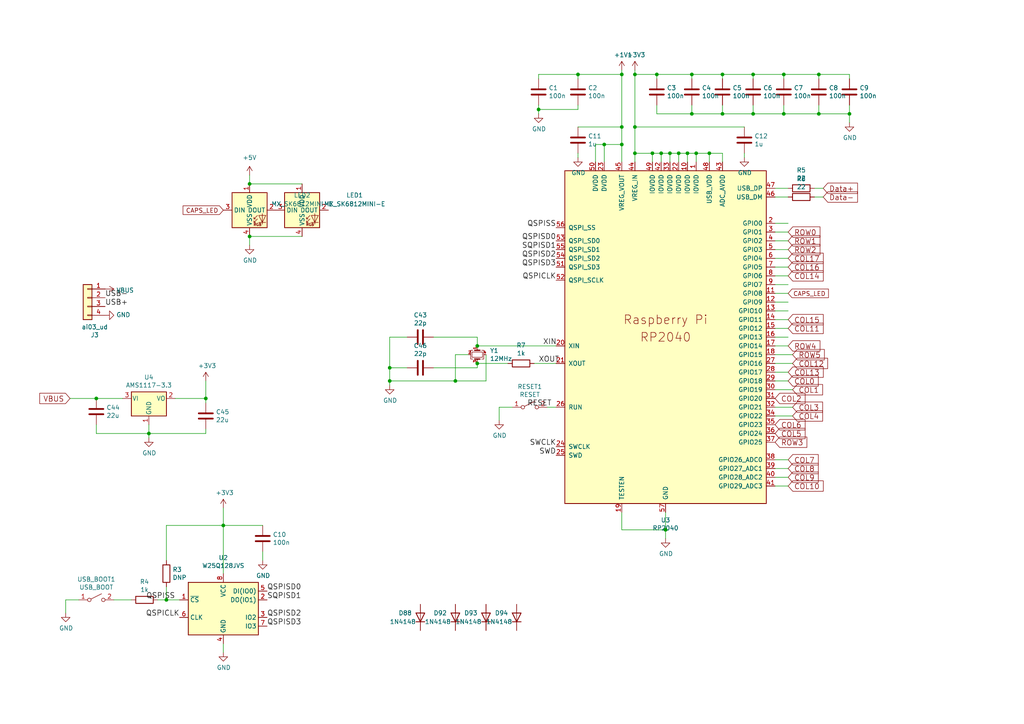
<source format=kicad_sch>
(kicad_sch (version 20211123) (generator eeschema)
  (paper "A4")
  (lib_symbols
    (symbol "Connector:USB_C_Receptacle_USB2.0" (pin_names (offset 1.016))
      (property "Reference" "J" (at -10.16 19.05 0))
      (property "Value" "USB_C_Receptacle_USB2.0" (at 19.05 19.05 0))
      (symbol "USB_C_Receptacle_USB2.0_1_1"
        (pin passive line (at 0 -22.86 90) (length 5.08) (name "GND") (number "A1"))
        (pin passive line (at 0 -22.86 90) (length 5.08) hide (name "GND") (number "A12"))
        (pin passive line (at 15.24 15.24 180) (length 5.08) (name "VBUS") (number "A4"))
        (pin bidirectional line (at 15.24 10.16 180) (length 5.08) (name "CC1") (number "A5"))
        (pin bidirectional line (at 15.24 -2.54 180) (length 5.08) (name "D+") (number "A6"))
        (pin bidirectional line (at 15.24 2.54 180) (length 5.08) (name "D-") (number "A7"))
        (pin bidirectional line (at 15.24 -12.7 180) (length 5.08) (name "SBU1") (number "A8"))
        (pin passive line (at 15.24 15.24 180) (length 5.08) hide (name "VBUS") (number "A9"))
        (pin passive line (at 0 -22.86 90) (length 5.08) hide (name "GND") (number "B1"))
        (pin passive line (at 0 -22.86 90) (length 5.08) hide (name "GND") (number "B12"))
        (pin passive line (at 15.24 15.24 180) (length 5.08) hide (name "VBUS") (number "B4"))
        (pin bidirectional line (at 15.24 7.62 180) (length 5.08) (name "CC2") (number "B5"))
        (pin bidirectional line (at 15.24 -5.08 180) (length 5.08) (name "D+") (number "B6"))
        (pin bidirectional line (at 15.24 0 180) (length 5.08) (name "D-") (number "B7"))
        (pin bidirectional line (at 15.24 -15.24 180) (length 5.08) (name "SBU2") (number "B8"))
        (pin passive line (at 15.24 15.24 180) (length 5.08) hide (name "VBUS") (number "B9"))
        (pin passive line (at -7.62 -22.86 90) (length 5.08) (name "SHIELD") (number "S1"))
      )
    )
    (symbol "Connector_Generic:Conn_01x04" (pin_names hide)
      (property "Reference" "J" (at 0 5.08 0))
      (property "Value" "Conn_01x04" (at 0 -7.62 0))
      (symbol "Conn_01x04_1_1"
        (pin passive line (at -5.08 2.54 0) (length 3.81) (name "Pin_1") (number "1"))
        (pin passive line (at -5.08 0 0) (length 3.81) (name "Pin_2") (number "2"))
        (pin passive line (at -5.08 -2.54 0) (length 3.81) (name "Pin_3") (number "3"))
        (pin passive line (at -5.08 -5.08 0) (length 3.81) (name "Pin_4") (number "4"))
      )
    )
    (symbol "Device:C" (pin_numbers hide) (pin_names (offset 0.254))
      (property "Reference" "C" (at 0.635 2.54 0))
      (property "Value" "C" (at 0.635 -2.54 0))
      (symbol "C_1_1"
        (pin passive line (at 0 3.81 270) (length 2.794) (name "~") (number "1"))
        (pin passive line (at 0 -3.81 90) (length 2.794) (name "~") (number "2"))
      )
    )
    (symbol "Device:Crystal_GND24_Small" (pin_names (offset 1.016) hide)
      (property "Reference" "Y" (at 1.27 4.445 0))
      (property "Value" "Crystal_GND24_Small" (at 1.27 2.54 0))
      (symbol "Crystal_GND24_Small_1_1"
        (pin passive line (at -2.54 0 0) (length 1.27) (name "1") (number "1"))
        (pin passive line (at 0 -2.54 90) (length 0.635) (name "2") (number "2"))
        (pin passive line (at 2.54 0 180) (length 1.27) (name "3") (number "3"))
        (pin passive line (at 0 2.54 270) (length 0.635) (name "4") (number "4"))
      )
    )
    (symbol "Device:R" (pin_numbers hide) (pin_names (offset 0))
      (property "Reference" "R" (at 2.032 0 90))
      (property "Value" "R" (at 0 0 90))
      (symbol "R_1_1"
        (pin passive line (at 0 3.81 270) (length 1.27) (name "~") (number "1"))
        (pin passive line (at 0 -3.81 90) (length 1.27) (name "~") (number "2"))
      )
    )
    (symbol "MCU_RaspberryPi_RP2040:RP2040" (pin_names (offset 1.016))
      (property "Reference" "U" (at -29.21 49.53 0))
      (property "Value" "RP2040" (at 24.13 -49.53 0))
      (symbol "RP2040_0_0"
        (text "Raspberry Pi" (at 0 5.08 0) (effects (font (size 2.54 2.54))))
        (text "RP2040" (at 0 0 0) (effects (font (size 2.54 2.54))))
      )
      (symbol "RP2040_1_1"
        (pin power_in line (at 8.89 50.8 270) (length 2.54) (name "IOVDD") (number "1"))
        (pin power_in line (at 6.35 50.8 270) (length 2.54) (name "IOVDD") (number "10"))
        (pin bidirectional line (at 31.75 12.7 180) (length 2.54) (name "GPIO8") (number "11"))
        (pin bidirectional line (at 31.75 10.16 180) (length 2.54) (name "GPIO9") (number "12"))
        (pin bidirectional line (at 31.75 7.62 180) (length 2.54) (name "GPIO10") (number "13"))
        (pin bidirectional line (at 31.75 5.08 180) (length 2.54) (name "GPIO11") (number "14"))
        (pin bidirectional line (at 31.75 2.54 180) (length 2.54) (name "GPIO12") (number "15"))
        (pin bidirectional line (at 31.75 0 180) (length 2.54) (name "GPIO13") (number "16"))
        (pin bidirectional line (at 31.75 -2.54 180) (length 2.54) (name "GPIO14") (number "17"))
        (pin bidirectional line (at 31.75 -5.08 180) (length 2.54) (name "GPIO15") (number "18"))
        (pin passive line (at -12.7 -50.8 90) (length 2.54) (name "TESTEN") (number "19"))
        (pin bidirectional line (at 31.75 33.02 180) (length 2.54) (name "GPIO0") (number "2"))
        (pin input line (at -31.75 -2.54 0) (length 2.54) (name "XIN") (number "20"))
        (pin passive line (at -31.75 -7.62 0) (length 2.54) (name "XOUT") (number "21"))
        (pin power_in line (at 3.81 50.8 270) (length 2.54) (name "IOVDD") (number "22"))
        (pin power_in line (at -17.78 50.8 270) (length 2.54) (name "DVDD") (number "23"))
        (pin output line (at -31.75 -31.75 0) (length 2.54) (name "SWCLK") (number "24"))
        (pin bidirectional line (at -31.75 -34.29 0) (length 2.54) (name "SWD") (number "25"))
        (pin input line (at -31.75 -20.32 0) (length 2.54) (name "RUN") (number "26"))
        (pin bidirectional line (at 31.75 -7.62 180) (length 2.54) (name "GPIO16") (number "27"))
        (pin bidirectional line (at 31.75 -10.16 180) (length 2.54) (name "GPIO17") (number "28"))
        (pin bidirectional line (at 31.75 -12.7 180) (length 2.54) (name "GPIO18") (number "29"))
        (pin bidirectional line (at 31.75 30.48 180) (length 2.54) (name "GPIO1") (number "3"))
        (pin bidirectional line (at 31.75 -15.24 180) (length 2.54) (name "GPIO19") (number "30"))
        (pin bidirectional line (at 31.75 -17.78 180) (length 2.54) (name "GPIO20") (number "31"))
        (pin bidirectional line (at 31.75 -20.32 180) (length 2.54) (name "GPIO21") (number "32"))
        (pin power_in line (at 1.27 50.8 270) (length 2.54) (name "IOVDD") (number "33"))
        (pin bidirectional line (at 31.75 -22.86 180) (length 2.54) (name "GPIO22") (number "34"))
        (pin bidirectional line (at 31.75 -25.4 180) (length 2.54) (name "GPIO23") (number "35"))
        (pin bidirectional line (at 31.75 -27.94 180) (length 2.54) (name "GPIO24") (number "36"))
        (pin bidirectional line (at 31.75 -30.48 180) (length 2.54) (name "GPIO25") (number "37"))
        (pin bidirectional line (at 31.75 -35.56 180) (length 2.54) (name "GPIO26_ADC0") (number "38"))
        (pin bidirectional line (at 31.75 -38.1 180) (length 2.54) (name "GPIO27_ADC1") (number "39"))
        (pin bidirectional line (at 31.75 27.94 180) (length 2.54) (name "GPIO2") (number "4"))
        (pin bidirectional line (at 31.75 -40.64 180) (length 2.54) (name "GPIO28_ADC2") (number "40"))
        (pin bidirectional line (at 31.75 -43.18 180) (length 2.54) (name "GPIO29_ADC3") (number "41"))
        (pin power_in line (at -1.27 50.8 270) (length 2.54) (name "IOVDD") (number "42"))
        (pin power_in line (at 16.51 50.8 270) (length 2.54) (name "ADC_AVDD") (number "43"))
        (pin power_in line (at -8.89 50.8 270) (length 2.54) (name "VREG_IN") (number "44"))
        (pin power_out line (at -12.7 50.8 270) (length 2.54) (name "VREG_VOUT") (number "45"))
        (pin bidirectional line (at 31.75 40.64 180) (length 2.54) (name "USB_DM") (number "46"))
        (pin bidirectional line (at 31.75 43.18 180) (length 2.54) (name "USB_DP") (number "47"))
        (pin power_in line (at 12.7 50.8 270) (length 2.54) (name "USB_VDD") (number "48"))
        (pin power_in line (at -3.81 50.8 270) (length 2.54) (name "IOVDD") (number "49"))
        (pin bidirectional line (at 31.75 25.4 180) (length 2.54) (name "GPIO3") (number "5"))
        (pin power_in line (at -20.32 50.8 270) (length 2.54) (name "DVDD") (number "50"))
        (pin bidirectional line (at -31.75 20.32 0) (length 2.54) (name "QSPI_SD3") (number "51"))
        (pin output line (at -31.75 16.51 0) (length 2.54) (name "QSPI_SCLK") (number "52"))
        (pin bidirectional line (at -31.75 27.94 0) (length 2.54) (name "QSPI_SD0") (number "53"))
        (pin bidirectional line (at -31.75 22.86 0) (length 2.54) (name "QSPI_SD2") (number "54"))
        (pin bidirectional line (at -31.75 25.4 0) (length 2.54) (name "QSPI_SD1") (number "55"))
        (pin bidirectional line (at -31.75 31.75 0) (length 2.54) (name "QSPI_SS") (number "56"))
        (pin power_in line (at 0 -50.8 90) (length 2.54) (name "GND") (number "57"))
        (pin bidirectional line (at 31.75 22.86 180) (length 2.54) (name "GPIO4") (number "6"))
        (pin bidirectional line (at 31.75 20.32 180) (length 2.54) (name "GPIO5") (number "7"))
        (pin bidirectional line (at 31.75 17.78 180) (length 2.54) (name "GPIO6") (number "8"))
        (pin bidirectional line (at 31.75 15.24 180) (length 2.54) (name "GPIO7") (number "9"))
      )
    )
    (symbol "Memory_Flash:W25Q128JVS"
      (property "Reference" "U" (at -8.89 8.89 0))
      (property "Value" "W25Q128JVS" (at 7.62 8.89 0))
      (symbol "W25Q128JVS_1_1"
        (pin input line (at -12.7 2.54 0) (length 2.54) (name "~{CS}") (number "1"))
        (pin bidirectional line (at 12.7 2.54 180) (length 2.54) (name "DO(IO1)") (number "2"))
        (pin bidirectional line (at 12.7 -2.54 180) (length 2.54) (name "IO2") (number "3"))
        (pin power_in line (at 0 -10.16 90) (length 2.54) (name "GND") (number "4"))
        (pin bidirectional line (at 12.7 5.08 180) (length 2.54) (name "DI(IO0)") (number "5"))
        (pin input line (at -12.7 -2.54 0) (length 2.54) (name "CLK") (number "6"))
        (pin bidirectional line (at 12.7 -5.08 180) (length 2.54) (name "IO3") (number "7"))
        (pin power_in line (at 0 10.16 270) (length 2.54) (name "VCC") (number "8"))
      )
    )
    (symbol "Power:GND" (power) (pin_names (offset 0))
      (property "Value" "GND" (at 0 -3.81 0))
      (symbol "GND_1_1"
        (pin power_in line (at 0 0 270) (length 0) hide (name "GND") (number "1"))
      )
    )
    (symbol "Power:VBUS" (power) (pin_names (offset 0))
      (property "Value" "VBUS" (at 0 3.81 0))
      (symbol "VBUS_1_1"
        (pin power_in line (at 0 0 90) (length 0) hide (name "VBUS") (number "1"))
      )
    )
    (symbol "Power_Protection:USBLC6-2SC6" (pin_names hide)
      (property "Reference" "U" (at 2.54 8.89 0))
      (property "Value" "USBLC6-2SC6" (at 2.54 -8.89 0))
      (symbol "USBLC6-2SC6_1_1"
        (pin passive line (at -10.16 -2.54 0) (length 2.54) (name "I/O1") (number "1"))
        (pin passive line (at 0 -10.16 90) (length 2.54) (name "GND") (number "2"))
        (pin passive line (at 10.16 -2.54 180) (length 2.54) (name "I/O2") (number "3"))
        (pin passive line (at 10.16 2.54 180) (length 2.54) (name "I/O2") (number "4"))
        (pin passive line (at 0 10.16 270) (length 2.54) (name "VBUS") (number "5"))
        (pin passive line (at -10.16 2.54 0) (length 2.54) (name "I/O1") (number "6"))
      )
    )
    (symbol "Regulator_Linear:AMS1117-3.3" (pin_names (offset 0.254))
      (property "Reference" "U" (at -3.81 3.175 0))
      (property "Value" "AMS1117-3.3" (at 0 3.175 0))
      (symbol "AMS1117-3.3_1_1"
        (pin power_in line (at 0 -7.62 90) (length 2.54) (name "GND") (number "1"))
        (pin power_out line (at 7.62 0 180) (length 2.54) (name "VO") (number "2"))
        (pin power_in line (at -7.62 0 0) (length 2.54) (name "VI") (number "3"))
      )
    )
    (symbol "Switch:SW_SPST" (pin_names (offset 0) hide)
      (property "Reference" "SW" (at 0 3.175 0))
      (property "Value" "SW_SPST" (at 0 -2.54 0))
      (symbol "SW_SPST_1_1"
        (pin passive line (at -5.08 0 0) (length 2.54) (name "A") (number "1"))
        (pin passive line (at 5.08 0 180) (length 2.54) (name "B") (number "2"))
      )
    )
    (symbol "bakeneko-60-pcb-rescue:D-Device" (pin_numbers hide) (pin_names (offset 1.016) hide)
      (property "Reference" "D" (at 0 2.54 0))
      (property "Value" "D-Device" (at 0 -2.54 0))
      (symbol "D-Device_1_1"
        (pin passive line (at -3.81 0 0) (length 2.54) (name "K") (number "1"))
        (pin passive line (at 3.81 0 180) (length 2.54) (name "A") (number "2"))
      )
    )
    (symbol "bakeneko-60-pcb-rescue:SW_SPST-Switch" (pin_names (offset 0) hide)
      (property "Reference" "SW" (at 0 3.175 0))
      (property "Value" "SW_SPST-Switch" (at 0 -2.54 0))
      (symbol "SW_SPST-Switch_1_1"
        (pin passive line (at -5.08 0 0) (length 2.54) (name "A") (number "1"))
        (pin passive line (at 5.08 0 180) (length 2.54) (name "B") (number "2"))
      )
    )
    (symbol "marbastlib-mx:MX_SK6812MINI-E"
      (property "Reference" "LED" (at 2.54 -6.35 0))
      (property "Value" "MX_SK6812MINI-E" (at 10.16 6.35 0))
      (symbol "MX_SK6812MINI-E_0_0"
        (text "RGB" (at 2.286 -4.191 0) (effects (font (size 0.762 0.762))))
      )
      (symbol "MX_SK6812MINI-E_1_1"
        (pin power_in line (at 0 7.62 270) (length 2.54) (name "VDD") (number "1"))
        (pin output line (at 7.62 0 180) (length 2.54) (name "DOUT") (number "2"))
        (pin input line (at -7.62 0 0) (length 2.54) (name "DIN") (number "3"))
        (pin power_in line (at 0 -7.62 90) (length 2.54) (name "VSS") (number "4"))
      )
    )
    (symbol "power:+1V1" (power) (pin_names (offset 0))
      (property "Value" "+1V1" (at 0 3.556 0))
      (symbol "+1V1_1_1"
        (pin power_in line (at 0 0 90) (length 0) hide (name "+1V1") (number "1"))
      )
    )
    (symbol "power:+3V3" (power) (pin_names (offset 0))
      (property "Value" "+3V3" (at 0 3.556 0))
      (symbol "+3V3_1_1"
        (pin power_in line (at 0 0 90) (length 0) hide (name "+3V3") (number "1"))
      )
    )
    (symbol "power:+5V" (power) (pin_names (offset 0))
      (property "Value" "+5V" (at 0 3.556 0))
      (symbol "+5V_1_1"
        (pin power_in line (at 0 0 90) (length 0) hide (name "+5V") (number "1"))
      )
    )
    (symbol "power:GND" (power) (pin_names (offset 0))
      (property "Value" "GND" (at 0 -3.81 0))
      (symbol "GND_1_1"
        (pin power_in line (at 0 0 270) (length 0) hide (name "GND") (number "1"))
      )
    )
    (symbol "power:PWR_FLAG" (power) (pin_numbers hide) (pin_names (offset 0) hide)
      (property "Value" "PWR_FLAG" (at 0 3.81 0))
      (symbol "PWR_FLAG_0_0"
        (pin power_out line (at 0 0 90) (length 0) (name "pwr") (number "1"))
      )
    )
  )
  (junction (at 269.24 290.83))
  (junction (at 87.63 273.05))
  (junction (at 171.45 290.83))
  (junction (at 217.17 300.99))
  (junction (at 27.94 115.57))
  (junction (at 62.23 -59.69))
  (junction (at 143.51 344.17))
  (junction (at 199.39 44.45))
  (junction (at 161.29 265.43))
  (junction (at 171.45 308.61))
  (junction (at 259.08 318.77))
  (junction (at 227.33 21.59))
  (junction (at 199.39 326.39))
  (junction (at 231.14 283.21))
  (junction (at 161.29 300.99))
  (junction (at 115.57 344.17))
  (junction (at 269.24 300.99))
  (junction (at 133.35 265.43))
  (junction (at 184.15 36.83))
  (junction (at 175.26 283.21))
  (junction (at 185.42 308.61))
  (junction (at 180.34 21.59))
  (junction (at 105.41 265.43))
  (junction (at 101.6 308.61))
  (junction (at 334.01 361.95))
  (junction (at 218.44 33.02))
  (junction (at 161.29 318.77))
  (junction (at 157.48 326.39))
  (junction (at 91.44 336.55))
  (junction (at 115.57 290.83))
  (junction (at 227.33 344.17))
  (junction (at 246.38 33.02))
  (junction (at 320.04 290.83))
  (junction (at 147.32 300.99))
  (junction (at 105.41 318.77))
  (junction (at 203.2 318.77))
  (junction (at 129.54 326.39))
  (junction (at 113.03 106.68))
  (junction (at 200.66 33.02))
  (junction (at 334.01 273.05))
  (junction (at 72.39 68.58))
  (junction (at 273.05 283.21))
  (junction (at 64.77 152.4))
  (junction (at 323.85 283.21))
  (junction (at 255.27 290.83))
  (junction (at 175.26 300.99))
  (junction (at 227.33 326.39))
  (junction (at 171.45 344.17))
  (junction (at 171.45 326.39))
  (junction (at 87.63 308.61))
  (junction (at 323.85 265.43))
  (junction (at 184.15 21.59))
  (junction (at 161.29 336.55))
  (junction (at 132.08 110.49))
  (junction (at 72.39 53.34))
  (junction (at 143.51 326.39))
  (junction (at 323.85 300.99))
  (junction (at 218.44 21.59))
  (junction (at 185.42 290.83))
  (junction (at 101.6 290.83))
  (junction (at 129.54 344.17))
  (junction (at 191.77 44.45))
  (junction (at 213.36 326.39))
  (junction (at 143.51 290.83))
  (junction (at 323.85 336.55))
  (junction (at 255.27 361.95))
  (junction (at 138.43 100.33))
  (junction (at 203.2 283.21))
  (junction (at 193.04 153.67))
  (junction (at 203.2 265.43))
  (junction (at 115.57 273.05))
  (junction (at 101.6 273.05))
  (junction (at 101.6 326.39))
  (junction (at 255.27 308.61))
  (junction (at 101.6 361.95))
  (junction (at 227.33 273.05))
  (junction (at 91.44 265.43))
  (junction (at 309.88 283.21))
  (junction (at 213.36 273.05))
  (junction (at 199.39 290.83))
  (junction (at 255.27 336.55))
  (junction (at 227.33 308.61))
  (junction (at 337.82 283.21))
  (junction (at 241.3 308.61))
  (junction (at 334.01 290.83))
  (junction (at 255.27 344.17))
  (junction (at 157.48 290.83))
  (junction (at 203.2 300.99))
  (junction (at 241.3 361.95))
  (junction (at 147.32 318.77))
  (junction (at 259.08 336.55))
  (junction (at 241.3 326.39))
  (junction (at 129.54 273.05))
  (junction (at 8.89 -52.07))
  (junction (at 259.08 283.21))
  (junction (at 320.04 308.61))
  (junction (at 48.26 173.99))
  (junction (at 189.23 318.77))
  (junction (at 101.6 344.17))
  (junction (at 167.64 21.59))
  (junction (at 143.51 308.61))
  (junction (at 283.21 290.83))
  (junction (at 269.24 344.17))
  (junction (at 77.47 336.55))
  (junction (at 184.15 44.45))
  (junction (at 213.36 344.17))
  (junction (at 241.3 273.05))
  (junction (at 199.39 344.17))
  (junction (at 115.57 361.95))
  (junction (at 77.47 283.21))
  (junction (at 171.45 361.95))
  (junction (at 309.88 265.43))
  (junction (at 185.42 344.17))
  (junction (at 59.69 115.57))
  (junction (at 269.24 318.77))
  (junction (at 269.24 273.05))
  (junction (at 189.23 44.45))
  (junction (at 309.88 300.99))
  (junction (at 320.04 273.05))
  (junction (at 91.44 318.77))
  (junction (at 200.66 21.59))
  (junction (at 113.03 110.49))
  (junction (at 227.33 290.83))
  (junction (at 77.47 332.74))
  (junction (at 189.23 265.43))
  (junction (at 185.42 326.39))
  (junction (at 320.04 361.95))
  (junction (at 180.34 41.91))
  (junction (at 87.63 290.83))
  (junction (at 231.14 300.99))
  (junction (at 77.47 265.43))
  (junction (at 1.27 -45.72))
  (junction (at 87.63 336.55))
  (junction (at 199.39 308.61))
  (junction (at 217.17 318.77))
  (junction (at 209.55 21.59))
  (junction (at 143.51 273.05))
  (junction (at 119.38 318.77))
  (junction (at 43.18 125.73))
  (junction (at 237.49 21.59))
  (junction (at 283.21 283.21))
  (junction (at 147.32 283.21))
  (junction (at 205.74 44.45))
  (junction (at 231.14 318.77))
  (junction (at 259.08 300.99))
  (junction (at 245.11 346.71))
  (junction (at 237.49 33.02))
  (junction (at 227.33 33.02))
  (junction (at 217.17 265.43))
  (junction (at 269.24 361.95))
  (junction (at 74.93 -59.69))
  (junction (at 115.57 326.39))
  (junction (at 337.82 265.43))
  (junction (at 231.14 336.55))
  (junction (at 231.14 265.43))
  (junction (at 115.57 308.61))
  (junction (at 91.44 283.21))
  (junction (at 269.24 308.61))
  (junction (at 190.5 21.59))
  (junction (at 199.39 273.05))
  (junction (at 133.35 300.99))
  (junction (at 213.36 308.61))
  (junction (at 129.54 290.83))
  (junction (at 209.55 33.02))
  (junction (at 255.27 273.05))
  (junction (at 175.26 265.43))
  (junction (at 180.34 36.83))
  (junction (at 129.54 308.61))
  (junction (at 105.41 336.55))
  (junction (at 77.47 314.96))
  (junction (at 91.44 300.99))
  (junction (at 185.42 273.05))
  (junction (at 213.36 290.83))
  (junction (at 1.27 -40.64))
  (junction (at 157.48 308.61))
  (junction (at 245.11 283.21))
  (junction (at 105.41 300.99))
  (junction (at 87.63 361.95))
  (junction (at 189.23 283.21))
  (junction (at 138.43 105.41))
  (junction (at 189.23 300.99))
  (junction (at 259.08 298.45))
  (junction (at 147.32 265.43))
  (junction (at 133.35 283.21))
  (junction (at 245.11 265.43))
  (junction (at 194.31 44.45))
  (junction (at 175.26 318.77))
  (junction (at 157.48 273.05))
  (junction (at 133.35 318.77))
  (junction (at 82.55 -59.69))
  (junction (at 337.82 300.99))
  (junction (at 201.93 44.45))
  (junction (at 87.63 326.39))
  (junction (at 87.63 344.17))
  (junction (at 119.38 283.21))
  (junction (at 119.38 265.43))
  (junction (at 245.11 300.99))
  (junction (at 217.17 283.21))
  (junction (at 196.85 44.45))
  (junction (at 241.3 290.83))
  (junction (at 259.08 265.43))
  (junction (at 119.38 300.99))
  (junction (at 77.47 300.99))
  (junction (at 245.11 336.55))
  (junction (at 105.41 283.21))
  (junction (at 157.48 344.17))
  (junction (at 171.45 273.05))
  (junction (at 161.29 283.21))
  (junction (at 334.01 308.61))
  (junction (at 241.3 344.17))
  (junction (at 156.21 31.75))
  (junction (at 175.26 41.91))
  (no_connect (at -24.13 -21.59))
  (no_connect (at -1.27 -29.21))
  (wire (pts (xy 255.27 344.17) (xy 269.24 344.17)))
  (wire (pts (xy 135.89 102.87) (xy 132.08 102.87)))
  (wire (pts (xy 209.55 46.99) (xy 209.55 44.45)))
  (wire (pts (xy 194.31 46.99) (xy 194.31 44.45)))
  (wire (pts (xy 77.47 336.55) (xy 77.47 373.38)))
  (wire (pts (xy 241.3 344.17) (xy 255.27 344.17)))
  (wire (pts (xy 217.17 250.19) (xy 217.17 265.43)))
  (wire (pts (xy 91.44 318.77) (xy 91.44 336.55)))
  (wire (pts (xy 199.39 308.61) (xy 213.36 308.61)))
  (wire (pts (xy 87.63 273.05) (xy 101.6 273.05)))
  (wire (pts (xy 283.21 290.83) (xy 320.04 290.83)))
  (wire (pts (xy 269.24 314.96) (xy 269.24 318.77)))
  (wire (pts (xy 257.81 373.38) (xy 255.27 373.38)))
  (wire (pts (xy 161.29 336.55) (xy 161.29 373.38)))
  (wire (pts (xy 213.36 308.61) (xy 227.33 308.61)))
  (wire (pts (xy 269.24 290.83) (xy 255.27 290.83)))
  (wire (pts (xy 77.47 332.74) (xy 77.47 336.55)))
  (wire (pts (xy 143.51 308.61) (xy 157.48 308.61)))
  (wire (pts (xy 133.35 300.99) (xy 133.35 318.77)))
  (wire (pts (xy 323.85 250.19) (xy 323.85 265.43)))
  (wire (pts (xy 287.02 293.37) (xy 287.02 283.21)))
  (wire (pts (xy 161.29 105.41) (xy 154.94 105.41)))
  (wire (pts (xy 72.39 68.58) (xy 87.63 68.58)))
  (wire (pts (xy 199.39 44.45) (xy 196.85 44.45)))
  (wire (pts (xy 143.51 290.83) (xy 129.54 290.83)))
  (wire (pts (xy 171.45 354.33) (xy 173.99 354.33)))
  (wire (pts (xy 227.33 22.86) (xy 227.33 21.59)))
  (wire (pts (xy 224.79 72.39) (xy 228.6 72.39)))
  (wire (pts (xy 269.24 361.95) (xy 255.27 361.95)))
  (wire (pts (xy 196.85 44.45) (xy 194.31 44.45)))
  (wire (pts (xy 157.48 290.83) (xy 143.51 290.83)))
  (wire (pts (xy 59.69 125.73) (xy 43.18 125.73)))
  (wire (pts (xy 269.24 354.33) (xy 271.78 354.33)))
  (wire (pts (xy 43.18 125.73) (xy 43.18 127)))
  (wire (pts (xy 175.26 318.77) (xy 175.26 300.99)))
  (wire (pts (xy 213.36 326.39) (xy 199.39 326.39)))
  (wire (pts (xy 1.27 -40.64) (xy 1.27 -39.37)))
  (wire (pts (xy 269.24 361.95) (xy 320.04 361.95)))
  (wire (pts (xy 157.48 273.05) (xy 171.45 273.05)))
  (wire (pts (xy 191.77 46.99) (xy 191.77 44.45)))
  (wire (pts (xy 20.32 115.57) (xy 27.94 115.57)))
  (wire (pts (xy 180.34 46.99) (xy 180.34 41.91)))
  (wire (pts (xy 175.26 250.19) (xy 175.26 265.43)))
  (wire (pts (xy 129.54 308.61) (xy 143.51 308.61)))
  (wire (pts (xy 224.79 118.11) (xy 229.87 118.11)))
  (wire (pts (xy 228.6 95.25) (xy 224.79 95.25)))
  (wire (pts (xy 241.3 326.39) (xy 227.33 326.39)))
  (wire (pts (xy 1.27 -46.99) (xy 1.27 -45.72)))
  (wire (pts (xy 104.14 354.33) (xy 104.14 373.38)))
  (wire (pts (xy 77.47 283.21) (xy 77.47 300.99)))
  (wire (pts (xy 320.04 361.95) (xy 334.01 361.95)))
  (wire (pts (xy 185.42 290.83) (xy 171.45 290.83)))
  (wire (pts (xy -1.27 -52.07) (xy 8.89 -52.07)))
  (wire (pts (xy 140.97 102.87) (xy 140.97 110.49)))
  (wire (pts (xy 1.27 -45.72) (xy 59.69 -45.72)))
  (wire (pts (xy 129.54 326.39) (xy 115.57 326.39)))
  (wire (pts (xy 209.55 44.45) (xy 205.74 44.45)))
  (wire (pts (xy 101.6 290.83) (xy 87.63 290.83)))
  (wire (pts (xy 101.6 273.05) (xy 115.57 273.05)))
  (wire (pts (xy 237.49 22.86) (xy 237.49 21.59)))
  (wire (pts (xy 236.22 54.61) (xy 238.76 54.61)))
  (wire (pts (xy 323.85 265.43) (xy 323.85 283.21)))
  (wire (pts (xy 271.78 354.33) (xy 271.78 373.38)))
  (wire (pts (xy 105.41 283.21) (xy 105.41 300.99)))
  (wire (pts (xy 243.84 373.38) (xy 243.84 354.33)))
  (wire (pts (xy 255.27 273.05) (xy 269.24 273.05)))
  (wire (pts (xy 203.2 300.99) (xy 203.2 318.77)))
  (wire (pts (xy 241.3 308.61) (xy 255.27 308.61)))
  (wire (pts (xy 1.27 -40.64) (xy 58.42 -40.64)))
  (wire (pts (xy 218.44 30.48) (xy 218.44 33.02)))
  (wire (pts (xy 85.09 -41.91) (xy 85.09 -24.13)))
  (wire (pts (xy 269.24 344.17) (xy 334.01 344.17)))
  (wire (pts (xy 129.54 344.17) (xy 143.51 344.17)))
  (wire (pts (xy 33.02 173.99) (xy 38.1 173.99)))
  (wire (pts (xy 64.77 152.4) (xy 48.26 152.4)))
  (wire (pts (xy 132.08 102.87) (xy 132.08 110.49)))
  (wire (pts (xy 171.45 290.83) (xy 157.48 290.83)))
  (wire (pts (xy 156.21 21.59) (xy 156.21 22.86)))
  (wire (pts (xy 209.55 30.48) (xy 209.55 33.02)))
  (wire (pts (xy 200.66 33.02) (xy 209.55 33.02)))
  (wire (pts (xy 171.45 344.17) (xy 185.42 344.17)))
  (wire (pts (xy 334.01 308.61) (xy 347.98 308.61)))
  (wire (pts (xy 189.23 300.99) (xy 189.23 283.21)))
  (wire (pts (xy 19.05 173.99) (xy 19.05 177.8)))
  (wire (pts (xy 87.63 314.96) (xy 87.63 318.77)))
  (wire (pts (xy 218.44 21.59) (xy 209.55 21.59)))
  (wire (pts (xy 161.29 100.33) (xy 138.43 100.33)))
  (wire (pts (xy 257.81 354.33) (xy 257.81 373.38)))
  (wire (pts (xy 115.57 326.39) (xy 101.6 326.39)))
  (wire (pts (xy 147.32 318.77) (xy 147.32 300.99)))
  (wire (pts (xy 115.57 273.05) (xy 129.54 273.05)))
  (wire (pts (xy 283.21 327.66) (xy 255.27 327.66)))
  (wire (pts (xy 140.97 110.49) (xy 132.08 110.49)))
  (wire (pts (xy 59.69 115.57) (xy 59.69 116.84)))
  (wire (pts (xy 143.51 326.39) (xy 129.54 326.39)))
  (wire (pts (xy 241.3 373.38) (xy 243.84 373.38)))
  (wire (pts (xy 227.33 21.59) (xy 218.44 21.59)))
  (wire (pts (xy 118.11 373.38) (xy 115.57 373.38)))
  (wire (pts (xy 184.15 44.45) (xy 184.15 36.83)))
  (wire (pts (xy 48.26 152.4) (xy 48.26 162.56)))
  (wire (pts (xy 231.14 336.55) (xy 231.14 373.38)))
  (wire (pts (xy 246.38 30.48) (xy 246.38 33.02)))
  (wire (pts (xy 215.9 36.83) (xy 184.15 36.83)))
  (wire (pts (xy 259.08 265.43) (xy 259.08 283.21)))
  (wire (pts (xy 52.07 173.99) (xy 48.26 173.99)))
  (wire (pts (xy 27.94 125.73) (xy 43.18 125.73)))
  (wire (pts (xy 205.74 46.99) (xy 205.74 44.45)))
  (wire (pts (xy 237.49 30.48) (xy 237.49 33.02)))
  (wire (pts (xy 224.79 74.93) (xy 228.6 74.93)))
  (wire (pts (xy 269.24 298.45) (xy 269.24 300.99)))
  (wire (pts (xy 64.77 152.4) (xy 64.77 166.37)))
  (wire (pts (xy 224.79 85.09) (xy 228.6 85.09)))
  (wire (pts (xy 175.26 300.99) (xy 175.26 283.21)))
  (wire (pts (xy 55.88 273.05) (xy 87.63 273.05)))
  (wire (pts (xy 217.17 265.43) (xy 217.17 283.21)))
  (wire (pts (xy 273.05 293.37) (xy 287.02 293.37)))
  (wire (pts (xy 224.79 102.87) (xy 229.87 102.87)))
  (wire (pts (xy 189.23 283.21) (xy 189.23 265.43)))
  (wire (pts (xy -1.27 -54.61) (xy 21.59 -54.61)))
  (wire (pts (xy 189.23 336.55) (xy 189.23 318.77)))
  (wire (pts (xy 60.96 -46.99) (xy 60.96 -53.34)))
  (wire (pts (xy 245.11 346.71) (xy 245.11 373.38)))
  (wire (pts (xy 167.64 21.59) (xy 156.21 21.59)))
  (wire (pts (xy 1.27 -44.45) (xy -1.27 -44.45)))
  (wire (pts (xy 171.45 326.39) (xy 157.48 326.39)))
  (wire (pts (xy 91.44 283.21) (xy 91.44 265.43)))
  (wire (pts (xy 119.38 300.99) (xy 119.38 283.21)))
  (wire (pts (xy 224.79 105.41) (xy 229.87 105.41)))
  (wire (pts (xy 138.43 105.41) (xy 138.43 106.68)))
  (wire (pts (xy 143.51 344.17) (xy 157.48 344.17)))
  (wire (pts (xy 87.63 308.61) (xy 101.6 308.61)))
  (wire (pts (xy 171.45 361.95) (xy 115.57 361.95)))
  (wire (pts (xy 119.38 283.21) (xy 119.38 265.43)))
  (wire (pts (xy 64.77 -46.99) (xy 60.96 -46.99)))
  (wire (pts (xy 245.11 250.19) (xy 245.11 265.43)))
  (wire (pts (xy 62.23 -59.69) (xy 74.93 -59.69)))
  (wire (pts (xy 228.6 100.33) (xy 224.79 100.33)))
  (wire (pts (xy 201.93 44.45) (xy 199.39 44.45)))
  (wire (pts (xy 209.55 33.02) (xy 218.44 33.02)))
  (wire (pts (xy 231.14 300.99) (xy 231.14 283.21)))
  (wire (pts (xy 161.29 250.19) (xy 161.29 265.43)))
  (wire (pts (xy 309.88 265.43) (xy 309.88 283.21)))
  (wire (pts (xy 87.63 344.17) (xy 101.6 344.17)))
  (wire (pts (xy 119.38 336.55) (xy 119.38 318.77)))
  (wire (pts (xy 64.77 147.32) (xy 64.77 152.4)))
  (wire (pts (xy 167.64 22.86) (xy 167.64 21.59)))
  (wire (pts (xy 283.21 274.32) (xy 283.21 283.21)))
  (wire (pts (xy 143.51 273.05) (xy 157.48 273.05)))
  (wire (pts (xy 194.31 44.45) (xy 191.77 44.45)))
  (wire (pts (xy 105.41 318.77) (xy 105.41 336.55)))
  (wire (pts (xy 167.64 30.48) (xy 167.64 31.75)))
  (wire (pts (xy 8.89 -31.75) (xy 8.89 -52.07)))
  (wire (pts (xy 213.36 344.17) (xy 227.33 344.17)))
  (wire (pts (xy 91.44 336.55) (xy 91.44 373.38)))
  (wire (pts (xy 227.33 308.61) (xy 241.3 308.61)))
  (wire (pts (xy 60.96 -53.34) (xy 63.5 -53.34)))
  (wire (pts (xy 269.24 308.61) (xy 320.04 308.61)))
  (wire (pts (xy 241.3 273.05) (xy 255.27 273.05)))
  (wire (pts (xy 184.15 46.99) (xy 184.15 44.45)))
  (wire (pts (xy 320.04 290.83) (xy 334.01 290.83)))
  (wire (pts (xy 245.11 283.21) (xy 245.11 300.99)))
  (wire (pts (xy 171.45 273.05) (xy 185.42 273.05)))
  (wire (pts (xy 323.85 283.21) (xy 323.85 300.99)))
  (wire (pts (xy 224.79 69.85) (xy 228.6 69.85)))
  (wire (pts (xy 129.54 273.05) (xy 143.51 273.05)))
  (wire (pts (xy 172.72 41.91) (xy 175.26 41.91)))
  (wire (pts (xy 64.77 -41.91) (xy 59.69 -41.91)))
  (wire (pts (xy 147.32 283.21) (xy 147.32 265.43)))
  (wire (pts (xy 189.23 44.45) (xy 184.15 44.45)))
  (wire (pts (xy 147.32 336.55) (xy 147.32 318.77)))
  (wire (pts (xy 144.78 118.11) (xy 144.78 121.92)))
  (wire (pts (xy 283.21 336.55) (xy 283.21 327.66)))
  (wire (pts (xy -1.27 -59.69) (xy 62.23 -59.69)))
  (wire (pts (xy 231.14 283.21) (xy 231.14 265.43)))
  (wire (pts (xy 224.79 138.43) (xy 228.6 138.43)))
  (wire (pts (xy 185.42 326.39) (xy 171.45 326.39)))
  (wire (pts (xy 1.27 -39.37) (xy -1.27 -39.37)))
  (wire (pts (xy 228.6 87.63) (xy 224.79 87.63)))
  (wire (pts (xy 90.17 354.33) (xy 90.17 373.38)))
  (wire (pts (xy 91.44 250.19) (xy 91.44 265.43)))
  (wire (pts (xy 323.85 300.99) (xy 323.85 336.55)))
  (wire (pts (xy 273.05 250.19) (xy 273.05 283.21)))
  (wire (pts (xy 118.11 354.33) (xy 118.11 373.38)))
  (wire (pts (xy 246.38 22.86) (xy 246.38 21.59)))
  (wire (pts (xy 161.29 300.99) (xy 161.29 318.77)))
  (wire (pts (xy 203.2 318.77) (xy 203.2 336.55)))
  (wire (pts (xy 55.88 326.39) (xy 87.63 326.39)))
  (wire (pts (xy 175.26 283.21) (xy 175.26 265.43)))
  (wire (pts (xy 269.24 273.05) (xy 320.04 273.05)))
  (wire (pts (xy 200.66 22.86) (xy 200.66 21.59)))
  (wire (pts (xy 133.35 250.19) (xy 133.35 265.43)))
  (wire (pts (xy 48.26 170.18) (xy 48.26 173.99)))
  (wire (pts (xy 227.33 344.17) (xy 241.3 344.17)))
  (wire (pts (xy 231.14 318.77) (xy 231.14 300.99)))
  (wire (pts (xy 115.57 308.61) (xy 129.54 308.61)))
  (wire (pts (xy -1.27 -41.91) (xy 1.27 -41.91)))
  (wire (pts (xy 55.88 290.83) (xy 87.63 290.83)))
  (wire (pts (xy 113.03 110.49) (xy 113.03 111.76)))
  (wire (pts (xy 29.21 -62.23) (xy 29.21 -54.61)))
  (wire (pts (xy 50.8 115.57) (xy 59.69 115.57)))
  (wire (pts (xy 158.75 118.11) (xy 161.29 118.11)))
  (wire (pts (xy 77.47 300.99) (xy 77.47 314.96)))
  (wire (pts (xy 337.82 283.21) (xy 337.82 300.99)))
  (wire (pts (xy 224.79 77.47) (xy 228.6 77.47)))
  (wire (pts (xy 129.54 290.83) (xy 115.57 290.83)))
  (wire (pts (xy 105.41 265.43) (xy 105.41 283.21)))
  (wire (pts (xy 243.84 354.33) (xy 241.3 354.33)))
  (wire (pts (xy 138.43 97.79) (xy 125.73 97.79)))
  (wire (pts (xy 215.9 44.45) (xy 215.9 45.72)))
  (wire (pts (xy 227.33 273.05) (xy 241.3 273.05)))
  (wire (pts (xy 189.23 250.19) (xy 189.23 265.43)))
  (wire (pts (xy 334.01 290.83) (xy 347.98 290.83)))
  (wire (pts (xy 271.78 373.38) (xy 269.24 373.38)))
  (wire (pts (xy 190.5 33.02) (xy 200.66 33.02)))
  (wire (pts (xy 320.04 308.61) (xy 334.01 308.61)))
  (wire (pts (xy 90.17 373.38) (xy 87.63 373.38)))
  (wire (pts (xy 77.47 314.96) (xy 77.47 332.74)))
  (wire (pts (xy -1.27 -31.75) (xy 8.89 -31.75)))
  (wire (pts (xy 167.64 44.45) (xy 167.64 45.72)))
  (wire (pts (xy 259.08 250.19) (xy 259.08 265.43)))
  (wire (pts (xy 59.69 110.49) (xy 59.69 115.57)))
  (wire (pts (xy 101.6 344.17) (xy 115.57 344.17)))
  (wire (pts (xy -1.27 -46.99) (xy 1.27 -46.99)))
  (wire (pts (xy 1.27 -41.91) (xy 1.27 -40.64)))
  (wire (pts (xy 297.18 283.21) (xy 297.18 274.32)))
  (wire (pts (xy 58.42 -40.64) (xy 58.42 -24.13)))
  (wire (pts (xy 180.34 21.59) (xy 180.34 20.32)))
  (wire (pts (xy 118.11 106.68) (xy 113.03 106.68)))
  (wire (pts (xy 255.27 290.83) (xy 241.3 290.83)))
  (wire (pts (xy 175.26 336.55) (xy 175.26 318.77)))
  (wire (pts (xy 259.08 336.55) (xy 259.08 318.77)))
  (wire (pts (xy 185.42 344.17) (xy 199.39 344.17)))
  (wire (pts (xy 224.79 140.97) (xy 228.6 140.97)))
  (wire (pts (xy 72.39 68.58) (xy 72.39 71.12)))
  (wire (pts (xy 157.48 326.39) (xy 143.51 326.39)))
  (wire (pts (xy 283.21 290.83) (xy 269.24 290.83)))
  (wire (pts (xy 64.77 189.23) (xy 64.77 186.69)))
  (wire (pts (xy 105.41 300.99) (xy 105.41 318.77)))
  (wire (pts (xy 245.11 336.55) (xy 245.11 346.71)))
  (wire (pts (xy 189.23 46.99) (xy 189.23 44.45)))
  (wire (pts (xy 167.64 31.75) (xy 156.21 31.75)))
  (wire (pts (xy 138.43 100.33) (xy 138.43 97.79)))
  (wire (pts (xy 259.08 300.99) (xy 259.08 318.77)))
  (wire (pts (xy 101.6 361.95) (xy 87.63 361.95)))
  (wire (pts (xy 334.01 361.95) (xy 347.98 361.95)))
  (wire (pts (xy 237.49 21.59) (xy 227.33 21.59)))
  (wire (pts (xy 76.2 152.4) (xy 64.77 152.4)))
  (wire (pts (xy 190.5 22.86) (xy 190.5 21.59)))
  (wire (pts (xy 255.27 361.95) (xy 241.3 361.95)))
  (wire (pts (xy 74.93 -34.29) (xy 74.93 -30.48)))
  (wire (pts (xy 55.88 361.95) (xy 87.63 361.95)))
  (wire (pts (xy 213.36 273.05) (xy 227.33 273.05)))
  (wire (pts (xy 320.04 273.05) (xy 334.01 273.05)))
  (wire (pts (xy 224.79 92.71) (xy 228.6 92.71)))
  (wire (pts (xy 309.88 250.19) (xy 309.88 265.43)))
  (wire (pts (xy 91.44 318.77) (xy 91.44 300.99)))
  (wire (pts (xy -16.51 -21.59) (xy -16.51 -13.97)))
  (wire (pts (xy 173.99 373.38) (xy 171.45 373.38)))
  (wire (pts (xy 231.14 250.19) (xy 231.14 265.43)))
  (wire (pts (xy 209.55 22.86) (xy 209.55 21.59)))
  (wire (pts (xy 74.93 -59.69) (xy 74.93 -54.61)))
  (wire (pts (xy 161.29 265.43) (xy 161.29 283.21)))
  (wire (pts (xy 180.34 36.83) (xy 167.64 36.83)))
  (wire (pts (xy 29.21 -52.07) (xy 29.21 -36.83)))
  (wire (pts (xy 180.34 41.91) (xy 180.34 36.83)))
  (wire (pts (xy 82.55 -59.69) (xy 88.9 -59.69)))
  (wire (pts (xy 196.85 46.99) (xy 196.85 44.45)))
  (wire (pts (xy 209.55 21.59) (xy 200.66 21.59)))
  (wire (pts (xy 337.82 265.43) (xy 337.82 283.21)))
  (wire (pts (xy 227.33 30.48) (xy 227.33 33.02)))
  (wire (pts (xy 48.26 173.99) (xy 45.72 173.99)))
  (wire (pts (xy 193.04 153.67) (xy 193.04 156.21)))
  (wire (pts (xy 337.82 250.19) (xy 337.82 265.43)))
  (wire (pts (xy 22.86 173.99) (xy 19.05 173.99)))
  (wire (pts (xy 91.44 300.99) (xy 91.44 283.21)))
  (wire (pts (xy 224.79 90.17) (xy 228.6 90.17)))
  (wire (pts (xy 224.79 54.61) (xy 228.6 54.61)))
  (wire (pts (xy 113.03 97.79) (xy 113.03 106.68)))
  (wire (pts (xy 190.5 30.48) (xy 190.5 33.02)))
  (wire (pts (xy 203.2 250.19) (xy 203.2 265.43)))
  (wire (pts (xy 87.63 332.74) (xy 87.63 336.55)))
  (wire (pts (xy 185.42 308.61) (xy 199.39 308.61)))
  (wire (pts (xy 105.41 336.55) (xy 105.41 373.38)))
  (wire (pts (xy 255.27 308.61) (xy 269.24 308.61)))
  (wire (pts (xy 200.66 30.48) (xy 200.66 33.02)))
  (wire (pts (xy 224.79 120.65) (xy 229.87 120.65)))
  (wire (pts (xy 273.05 336.55) (xy 273.05 346.71)))
  (wire (pts (xy 246.38 21.59) (xy 237.49 21.59)))
  (wire (pts (xy 171.45 308.61) (xy 185.42 308.61)))
  (wire (pts (xy 157.48 344.17) (xy 171.45 344.17)))
  (wire (pts (xy 1.27 -45.72) (xy 1.27 -44.45)))
  (wire (pts (xy 180.34 36.83) (xy 180.34 21.59)))
  (wire (pts (xy 241.3 326.39) (xy 269.24 326.39)))
  (wire (pts (xy 115.57 361.95) (xy 101.6 361.95)))
  (wire (pts (xy 224.79 82.55) (xy 228.6 82.55)))
  (wire (pts (xy 201.93 46.99) (xy 201.93 44.45)))
  (wire (pts (xy 217.17 283.21) (xy 217.17 300.99)))
  (wire (pts (xy 224.79 80.01) (xy 228.6 80.01)))
  (wire (pts (xy 273.05 346.71) (xy 245.11 346.71)))
  (wire (pts (xy 119.38 250.19) (xy 119.38 265.43)))
  (wire (pts (xy 161.29 283.21) (xy 161.29 300.99)))
  (wire (pts (xy 175.26 41.91) (xy 180.34 41.91)))
  (wire (pts (xy 224.79 113.03) (xy 229.87 113.03)))
  (wire (pts (xy 184.15 36.83) (xy 184.15 21.59)))
  (wire (pts (xy 173.99 354.33) (xy 173.99 373.38)))
  (wire (pts (xy 148.59 118.11) (xy 144.78 118.11)))
  (wire (pts (xy 259.08 298.45) (xy 259.08 300.99)))
  (wire (pts (xy 133.35 283.21) (xy 133.35 300.99)))
  (wire (pts (xy 113.03 106.68) (xy 113.03 110.49)))
  (wire (pts (xy 337.82 300.99) (xy 337.82 354.33)))
  (wire (pts (xy 323.85 336.55) (xy 323.85 354.33)))
  (wire (pts (xy 241.3 290.83) (xy 227.33 290.83)))
  (wire (pts (xy 309.88 300.99) (xy 309.88 354.33)))
  (wire (pts (xy 199.39 290.83) (xy 185.42 290.83)))
  (wire (pts (xy 132.08 110.49) (xy 113.03 110.49)))
  (wire (pts (xy 105.41 250.19) (xy 105.41 265.43)))
  (wire (pts (xy 309.88 283.21) (xy 309.88 300.99)))
  (wire (pts (xy 115.57 344.17) (xy 129.54 344.17)))
  (wire (pts (xy 72.39 53.34) (xy 87.63 53.34)))
  (wire (pts (xy 224.79 64.77) (xy 228.6 64.77)))
  (wire (pts (xy 193.04 148.59) (xy 193.04 153.67)))
  (wire (pts (xy 77.47 250.19) (xy 77.47 265.43)))
  (wire (pts (xy 156.21 31.75) (xy 156.21 30.48)))
  (wire (pts (xy 217.17 300.99) (xy 217.17 318.77)))
  (wire (pts (xy 191.77 44.45) (xy 189.23 44.45)))
  (wire (pts (xy 255.27 327.66) (xy 255.27 336.55)))
  (wire (pts (xy 217.17 318.77) (xy 217.17 336.55)))
  (wire (pts (xy 228.6 135.89) (xy 224.79 135.89)))
  (wire (pts (xy 72.39 50.8) (xy 72.39 53.34)))
  (wire (pts (xy 147.32 105.41) (xy 138.43 105.41)))
  (wire (pts (xy 245.11 265.43) (xy 245.11 283.21)))
  (wire (pts (xy 334.01 273.05) (xy 347.98 273.05)))
  (wire (pts (xy 27.94 123.19) (xy 27.94 125.73)))
  (wire (pts (xy 172.72 46.99) (xy 172.72 41.91)))
  (wire (pts (xy 184.15 21.59) (xy 184.15 20.32)))
  (wire (pts (xy 228.6 107.95) (xy 224.79 107.95)))
  (wire (pts (xy 238.76 57.15) (xy 236.22 57.15)))
  (wire (pts (xy 101.6 308.61) (xy 115.57 308.61)))
  (wire (pts (xy 259.08 336.55) (xy 259.08 373.38)))
  (wire (pts (xy 8.89 -52.07) (xy 21.59 -52.07)))
  (wire (pts (xy 175.26 46.99) (xy 175.26 41.91)))
  (wire (pts (xy 199.39 273.05) (xy 213.36 273.05)))
  (wire (pts (xy 147.32 250.19) (xy 147.32 265.43)))
  (wire (pts (xy 189.23 318.77) (xy 189.23 300.99)))
  (wire (pts (xy 228.6 57.15) (xy 224.79 57.15)))
  (wire (pts (xy 101.6 354.33) (xy 104.14 354.33)))
  (wire (pts (xy 224.79 110.49) (xy 228.6 110.49)))
  (wire (pts (xy 43.18 123.19) (xy 43.18 125.73)))
  (wire (pts (xy 133.35 318.77) (xy 133.35 336.55)))
  (wire (pts (xy 104.14 373.38) (xy 101.6 373.38)))
  (wire (pts (xy 203.2 283.21) (xy 203.2 300.99)))
  (wire (pts (xy 224.79 97.79) (xy 228.6 97.79)))
  (wire (pts (xy 297.18 274.32) (xy 283.21 274.32)))
  (wire (pts (xy 255.27 354.33) (xy 257.81 354.33)))
  (wire (pts (xy 185.42 273.05) (xy 199.39 273.05)))
  (wire (pts (xy 199.39 326.39) (xy 185.42 326.39)))
  (wire (pts (xy 227.33 33.02) (xy 237.49 33.02)))
  (wire (pts (xy 156.21 33.02) (xy 156.21 31.75)))
  (wire (pts (xy 246.38 33.02) (xy 246.38 35.56)))
  (wire (pts (xy 180.34 21.59) (xy 167.64 21.59)))
  (wire (pts (xy 203.2 265.43) (xy 203.2 283.21)))
  (wire (pts (xy 180.34 148.59) (xy 180.34 153.67)))
  (wire (pts (xy 231.14 336.55) (xy 231.14 318.77)))
  (wire (pts (xy 224.79 133.35) (xy 228.6 133.35)))
  (wire (pts (xy 190.5 21.59) (xy 184.15 21.59)))
  (wire (pts (xy 87.63 354.33) (xy 90.17 354.33)))
  (wire (pts (xy 59.69 124.46) (xy 59.69 125.73)))
  (wire (pts (xy 115.57 354.33) (xy 118.11 354.33)))
  (wire (pts (xy 76.2 162.56) (xy 76.2 160.02)))
  (wire (pts (xy 118.11 97.79) (xy 113.03 97.79)))
  (wire (pts (xy 147.32 300.99) (xy 147.32 283.21)))
  (wire (pts (xy 227.33 326.39) (xy 213.36 326.39)))
  (wire (pts (xy 27.94 115.57) (xy 35.56 115.57)))
  (wire (pts (xy 237.49 33.02) (xy 246.38 33.02)))
  (wire (pts (xy 119.38 318.77) (xy 119.38 300.99)))
  (wire (pts (xy 218.44 22.86) (xy 218.44 21.59)))
  (wire (pts (xy 55.88 344.17) (xy 87.63 344.17)))
  (wire (pts (xy 200.66 21.59) (xy 190.5 21.59)))
  (wire (pts (xy 157.48 308.61) (xy 171.45 308.61)))
  (wire (pts (xy 138.43 106.68) (xy 125.73 106.68)))
  (wire (pts (xy 213.36 290.83) (xy 199.39 290.83)))
  (wire (pts (xy 87.63 308.61) (xy 55.88 308.61)))
  (wire (pts (xy 58.42 -24.13) (xy 85.09 -24.13)))
  (wire (pts (xy 115.57 290.83) (xy 101.6 290.83)))
  (wire (pts (xy 85.09 -46.99) (xy 88.9 -46.99)))
  (wire (pts (xy 180.34 153.67) (xy 193.04 153.67)))
  (wire (pts (xy 245.11 300.99) (xy 245.11 336.55)))
  (wire (pts (xy 101.6 326.39) (xy 87.63 326.39)))
  (wire (pts (xy 224.79 67.31) (xy 228.6 67.31)))
  (wire (pts (xy 133.35 265.43) (xy 133.35 283.21)))
  (wire (pts (xy 227.33 290.83) (xy 213.36 290.83)))
  (wire (pts (xy 259.08 283.21) (xy 259.08 298.45)))
  (wire (pts (xy 273.05 283.21) (xy 273.05 293.37)))
  (wire (pts (xy 171.45 361.95) (xy 241.3 361.95)))
  (wire (pts (xy 59.69 -41.91) (xy 59.69 -45.72)))
  (wire (pts (xy 205.74 44.45) (xy 201.93 44.45)))
  (wire (pts (xy 199.39 344.17) (xy 213.36 344.17)))
  (wire (pts (xy 199.39 46.99) (xy 199.39 44.45)))
  (wire (pts (xy 161.29 318.77) (xy 161.29 336.55)))
  (wire (pts (xy 74.93 -59.69) (xy 82.55 -59.69)))
  (wire (pts (xy 218.44 33.02) (xy 227.33 33.02)))
  (wire (pts (xy 77.47 265.43) (xy 77.47 283.21)))
  (label "RESET" (at 160.02 118.11 180) (effects (font (size 1.524 1.524))))
  (label "SQPISD1" (at 161.29 72.39 180) (effects (font (size 1.524 1.524))))
  (label "QSPICLK" (at 52.07 179.07 180) (effects (font (size 1.524 1.524))))
  (label "QSPISS" (at 161.29 66.04 180) (effects (font (size 1.524 1.524))))
  (label "QSPISD2" (at 77.47 179.07 0) (effects (font (size 1.524 1.524))))
  (label "QSPISD0" (at 77.47 171.45 0) (effects (font (size 1.524 1.524))))
  (label "USB-" (at 30.48 86.36 0) (effects (font (size 1.524 1.524))))
  (label "QSPISS" (at 50.8 173.99 180) (effects (font (size 1.524 1.524))))
  (label "QSPISD3" (at 161.29 77.47 180) (effects (font (size 1.524 1.524))))
  (label "SWD" (at 161.29 132.08 180) (effects (font (size 1.524 1.524))))
  (label "USB+" (at 49.53 -40.64 0) (effects (font (size 1.524 1.524))))
  (label "QSPISD0" (at 161.29 69.85 180) (effects (font (size 1.524 1.524))))
  (label "SWCLK" (at 161.29 129.54 180) (effects (font (size 1.524 1.524))))
  (label "USB+" (at 30.48 88.9 0) (effects (font (size 1.524 1.524))))
  (label "QSPICLK" (at 161.29 81.28 180) (effects (font (size 1.524 1.524))))
  (label "SQPISD1" (at 77.47 173.99 0) (effects (font (size 1.524 1.524))))
  (label "XIN" (at 157.48 100.33 0) (effects (font (size 1.524 1.524))))
  (label "QSPISD2" (at 161.29 74.93 180) (effects (font (size 1.524 1.524))))
  (label "XOUT" (at 156.21 105.41 0) (effects (font (size 1.524 1.524))))
  (label "QSPISD3" (at 77.47 181.61 0) (effects (font (size 1.524 1.524))))
  (label "USB-" (at 49.53 -45.72 0) (effects (font (size 1.524 1.524))))
  (global_label "COL12" (shape input) (at 245.11 250.19 0) (property "Intersheet References" "${INTERSHEET_REFS}" (effects hide)))
  (global_label "ROW4" (shape input) (at 55.88 344.17 180) (property "Intersheet References" "${INTERSHEET_REFS}" (effects hide)))
  (global_label "COL1" (shape input) (at 91.44 250.19 0) (property "Intersheet References" "${INTERSHEET_REFS}" (effects hide)))
  (global_label "VBUS" (shape input) (at 88.9 -59.69 0) (effects (font (size 1.524 1.524))) (property "Intersheet References" "${INTERSHEET_REFS}" (effects hide)))
  (global_label "COL5" (shape input) (at 147.32 250.19 0) (property "Intersheet References" "${INTERSHEET_REFS}" (effects hide)))
  (global_label "COL13" (shape input) (at 259.08 250.19 0) (property "Intersheet References" "${INTERSHEET_REFS}" (effects hide)))
  (global_label "COL2" (shape input) (at 224.79 115.57 0) (effects (font (size 1.524 1.524))) (property "Intersheet References" "${INTERSHEET_REFS}" (effects hide)))
  (global_label "COL10" (shape input) (at 228.6 140.97 0) (effects (font (size 1.524 1.524))) (property "Intersheet References" "${INTERSHEET_REFS}" (effects hide)))
  (global_label "ROW0" (shape input) (at 228.6 67.31 0) (effects (font (size 1.524 1.524))) (property "Intersheet References" "${INTERSHEET_REFS}" (effects hide)))
  (global_label "COL3" (shape input) (at 119.38 250.19 0) (property "Intersheet References" "${INTERSHEET_REFS}" (effects hide)))
  (global_label "Data-" (shape input) (at 238.76 57.15 0) (effects (font (size 1.524 1.524))) (property "Intersheet References" "${INTERSHEET_REFS}" (effects hide)))
  (global_label "COL16" (shape input) (at 228.6 77.47 0) (effects (font (size 1.524 1.524))) (property "Intersheet References" "${INTERSHEET_REFS}" (effects hide)))
  (global_label "COL6" (shape input) (at 224.79 123.19 0) (effects (font (size 1.524 1.524))) (property "Intersheet References" "${INTERSHEET_REFS}" (effects hide)))
  (global_label "COL8" (shape input) (at 189.23 250.19 0) (property "Intersheet References" "${INTERSHEET_REFS}" (effects hide)))
  (global_label "CAPS_LED" (shape input) (at 64.77 60.96 180) (property "Intersheet References" "${INTERSHEET_REFS}" (effects hide)))
  (global_label "COL10" (shape input) (at 217.17 250.19 0) (property "Intersheet References" "${INTERSHEET_REFS}" (effects hide)))
  (global_label "COL17" (shape input) (at 228.6 74.93 0) (effects (font (size 1.524 1.524))) (property "Intersheet References" "${INTERSHEET_REFS}" (effects hide)))
  (global_label "COL15" (shape input) (at 309.88 250.19 0) (property "Intersheet References" "${INTERSHEET_REFS}" (effects hide)))
  (global_label "Data+" (shape input) (at 238.76 54.61 0) (effects (font (size 1.524 1.524))) (property "Intersheet References" "${INTERSHEET_REFS}" (effects hide)))
  (global_label "COL9" (shape input) (at 203.2 250.19 0) (property "Intersheet References" "${INTERSHEET_REFS}" (effects hide)))
  (global_label "VBUS" (shape input) (at 20.32 115.57 180) (effects (font (size 1.524 1.524))) (property "Intersheet References" "${INTERSHEET_REFS}" (effects hide)))
  (global_label "COL0" (shape input) (at 228.6 110.49 0) (effects (font (size 1.524 1.524))) (property "Intersheet References" "${INTERSHEET_REFS}" (effects hide)))
  (global_label "ROW3" (shape input) (at 55.88 326.39 180) (property "Intersheet References" "${INTERSHEET_REFS}" (effects hide)))
  (global_label "COL13" (shape input) (at 228.6 107.95 0) (effects (font (size 1.524 1.524))) (property "Intersheet References" "${INTERSHEET_REFS}" (effects hide)))
  (global_label "COL1" (shape input) (at 229.87 113.03 0) (effects (font (size 1.524 1.524))) (property "Intersheet References" "${INTERSHEET_REFS}" (effects hide)))
  (global_label "COL14" (shape input) (at 273.05 250.19 0) (property "Intersheet References" "${INTERSHEET_REFS}" (effects hide)))
  (global_label "COL16" (shape input) (at 323.85 250.19 0) (property "Intersheet References" "${INTERSHEET_REFS}" (effects hide)))
  (global_label "COL5" (shape input) (at 224.79 125.73 0) (effects (font (size 1.524 1.524))) (property "Intersheet References" "${INTERSHEET_REFS}" (effects hide)))
  (global_label "CAPS_LED" (shape input) (at 228.6 85.09 0) (property "Intersheet References" "${INTERSHEET_REFS}" (effects hide)))
  (global_label "COL12" (shape input) (at 229.87 105.41 0) (effects (font (size 1.524 1.524))) (property "Intersheet References" "${INTERSHEET_REFS}" (effects hide)))
  (global_label "COL9" (shape input) (at 228.6 138.43 0) (effects (font (size 1.524 1.524))) (property "Intersheet References" "${INTERSHEET_REFS}" (effects hide)))
  (global_label "COL4" (shape input) (at 229.87 120.65 0) (effects (font (size 1.524 1.524))) (property "Intersheet References" "${INTERSHEET_REFS}" (effects hide)))
  (global_label "ROW5" (shape input) (at 55.88 361.95 180) (property "Intersheet References" "${INTERSHEET_REFS}" (effects hide)))
  (global_label "COL8" (shape input) (at 228.6 135.89 0) (effects (font (size 1.524 1.524))) (property "Intersheet References" "${INTERSHEET_REFS}" (effects hide)))
  (global_label "ROW5" (shape input) (at 229.87 102.87 0) (effects (font (size 1.524 1.524))) (property "Intersheet References" "${INTERSHEET_REFS}" (effects hide)))
  (global_label "COL7" (shape input) (at 175.26 250.19 0) (property "Intersheet References" "${INTERSHEET_REFS}" (effects hide)))
  (global_label "COL2" (shape input) (at 105.41 250.19 0) (property "Intersheet References" "${INTERSHEET_REFS}" (effects hide)))
  (global_label "ROW2" (shape input) (at 55.88 308.61 180) (property "Intersheet References" "${INTERSHEET_REFS}" (effects hide)))
  (global_label "ROW1" (shape input) (at 228.6 69.85 0) (effects (font (size 1.524 1.524))) (property "Intersheet References" "${INTERSHEET_REFS}" (effects hide)))
  (global_label "ROW3" (shape input) (at 224.79 128.27 0) (effects (font (size 1.524 1.524))) (property "Intersheet References" "${INTERSHEET_REFS}" (effects hide)))
  (global_label "COL15" (shape input) (at 228.6 92.71 0) (effects (font (size 1.524 1.524))) (property "Intersheet References" "${INTERSHEET_REFS}" (effects hide)))
  (global_label "ROW4" (shape input) (at 228.6 100.33 0) (effects (font (size 1.524 1.524))) (property "Intersheet References" "${INTERSHEET_REFS}" (effects hide)))
  (global_label "COL14" (shape input) (at 228.6 80.01 0) (effects (font (size 1.524 1.524))) (property "Intersheet References" "${INTERSHEET_REFS}" (effects hide)))
  (global_label "COL7" (shape input) (at 228.6 133.35 0) (effects (font (size 1.524 1.524))) (property "Intersheet References" "${INTERSHEET_REFS}" (effects hide)))
  (global_label "COL6" (shape input) (at 161.29 250.19 0) (property "Intersheet References" "${INTERSHEET_REFS}" (effects hide)))
  (global_label "ROW0" (shape input) (at 55.88 273.05 180) (property "Intersheet References" "${INTERSHEET_REFS}" (effects hide)))
  (global_label "Data-" (shape input) (at 63.5 -53.34 0) (effects (font (size 1.524 1.524))) (property "Intersheet References" "${INTERSHEET_REFS}" (effects hide)))
  (global_label "COL11" (shape input) (at 231.14 250.19 0) (property "Intersheet References" "${INTERSHEET_REFS}" (effects hide)))
  (global_label "COL4" (shape input) (at 133.35 250.19 0) (property "Intersheet References" "${INTERSHEET_REFS}" (effects hide)))
  (global_label "Data+" (shape input) (at 88.9 -46.99 0) (effects (font (size 1.524 1.524))) (property "Intersheet References" "${INTERSHEET_REFS}" (effects hide)))
  (global_label "COL3" (shape input) (at 229.87 118.11 0) (effects (font (size 1.524 1.524))) (property "Intersheet References" "${INTERSHEET_REFS}" (effects hide)))
  (global_label "COL17" (shape input) (at 337.82 250.19 0) (property "Intersheet References" "${INTERSHEET_REFS}" (effects hide)))
  (global_label "ROW1" (shape input) (at 55.88 290.83 180) (property "Intersheet References" "${INTERSHEET_REFS}" (effects hide)))
  (global_label "COL0" (shape input) (at 77.47 250.19 0) (property "Intersheet References" "${INTERSHEET_REFS}" (effects hide)))
  (global_label "ROW2" (shape input) (at 228.6 72.39 0) (effects (font (size 1.524 1.524))) (property "Intersheet References" "${INTERSHEET_REFS}" (effects hide)))
  (global_label "COL11" (shape input) (at 228.6 95.25 0) (effects (font (size 1.524 1.524))) (property "Intersheet References" "${INTERSHEET_REFS}" (effects hide)))
  (symbol (lib_id "Device:C") (at 215.9 40.64 0) (unit 1)
    (property "Reference" "C12" (at 218.821 39.4716 0) (effects (justify left)))
    (property "Value" "1u" (at 218.821 41.783 0) (effects (justify left)))
    (property "Footprint" "Capacitor_SMD:C_0603_1608Metric" (effects hide))
    (property "LCSC" "C15849" (effects hide))
  )
  (symbol (lib_id "bakeneko-60-pcb-rescue:D-Device") (at 269.24 358.14 90) (unit 1)
    (property "Reference" "D91" (at 262.89 356.87 90) (effects (justify right)))
    (property "Value" "1N4148" (at 260.35 359.41 90) (effects (justify right)))
    (property "Footprint" "Diode_SMD:D_SOD-123" (effects hide))
    (property "LCSC Part #" "C81598" (effects hide))
  )
  (symbol (lib_id "bakeneko-60-pcb-rescue:D-Device") (at 87.63 269.24 90) (unit 1)
    (property "Reference" "D1" (at 81.28 267.97 90) (effects (justify right)))
    (property "Value" "1N4148" (at 78.74 270.51 90) (effects (justify right)))
    (property "Footprint" "Diode_SMD:D_SOD-123" (effects hide))
    (property "LCSC Part #" "C81598" (effects hide))
  )
  (symbol (lib_id "bakeneko-60-pcb-rescue:D-Device") (at 320.04 287.02 90) (unit 1)
    (property "Reference" "D33" (at 313.69 285.75 90) (effects (justify right)))
    (property "Value" "1N4148" (at 311.15 288.29 90) (effects (justify right)))
    (property "Footprint" "Diode_SMD:D_SOD-123" (effects hide))
    (property "LCSC Part #" "C81598" (effects hide))
  )
  (symbol (lib_id "bakeneko-60-pcb-rescue:D-Device") (at 101.6 340.36 90) (unit 1)
    (property "Reference" "D68" (at 95.25 339.09 90) (effects (justify right)))
    (property "Value" "1N4148" (at 92.71 341.63 90) (effects (justify right)))
    (property "Footprint" "Diode_SMD:D_SOD-123" (effects hide))
    (property "LCSC Part #" "C81598" (effects hide))
  )
  (symbol (lib_id "Power:VBUS") (at 30.48 83.82 270) (unit 1)
    (property "Reference" "#PWR08" (effects hide))
    (property "Value" "VBUS" (at 33.7312 84.201 90) (effects (justify left)))
  )
  (symbol (lib_id "bakeneko-60-pcb-rescue:SW_SPST-Switch") (at 96.52 265.43 0) (mirror y) (unit 1)
    (property "Reference" "MX2" (at 96.52 259.461 0))
    (property "Value" "1u" (at 96.52 261.7724 0))
    (property "Footprint" "MX_Only:MXOnly-1U-Hotswap" (effects hide))
    (property "LCSC" "C5156480" (effects hide))
  )
  (symbol (lib_id "bakeneko-60-pcb-rescue:D-Device") (at 115.57 340.36 90) (unit 1)
    (property "Reference" "D69" (at 109.22 339.09 90) (effects (justify right)))
    (property "Value" "1N4148" (at 106.68 341.63 90) (effects (justify right)))
    (property "Footprint" "Diode_SMD:D_SOD-123" (effects hide))
    (property "LCSC Part #" "C81598" (effects hide))
  )
  (symbol (lib_id "bakeneko-60-pcb-rescue:SW_SPST-Switch") (at 96.52 318.77 0) (mirror y) (unit 1)
    (property "Reference" "MX58" (at 96.52 312.801 0))
    (property "Value" "1u" (at 96.52 315.1124 0))
    (property "Footprint" "MX_Only:MXOnly-1U-Hotswap" (effects hide))
    (property "LCSC" "C5156480" (effects hide))
  )
  (symbol (lib_id "bakeneko-60-pcb-rescue:D-Device") (at 115.57 304.8 90) (unit 1)
    (property "Reference" "D38" (at 109.22 303.53 90) (effects (justify right)))
    (property "Value" "1N4148" (at 106.68 306.07 90) (effects (justify right)))
    (property "Footprint" "Diode_SMD:D_SOD-123" (effects hide))
    (property "LCSC Part #" "C81598" (effects hide))
  )
  (symbol (lib_id "bakeneko-60-pcb-rescue:D-Device") (at 347.98 287.02 90) (unit 1)
    (property "Reference" "D35" (at 341.63 285.75 90) (effects (justify right)))
    (property "Value" "1N4148" (at 339.09 288.29 90) (effects (justify right)))
    (property "Footprint" "Diode_SMD:D_SOD-123" (effects hide))
    (property "LCSC Part #" "C81598" (effects hide))
  )
  (symbol (lib_id "bakeneko-60-pcb-rescue:SW_SPST-Switch") (at 82.55 373.38 0) (mirror y) (unit 1)
    (property "Reference" "MX98" (at 82.55 367.411 0))
    (property "Value" "1.5u" (at 82.55 369.7224 0))
    (property "Footprint" "MX_Only:MXOnly-1.5U-Hotswap" (effects hide))
    (property "LCSC" "C5156480" (effects hide))
  )
  (symbol (lib_id "bakeneko-60-pcb-rescue:SW_SPST-Switch") (at 314.96 300.99 0) (mirror y) (unit 1)
    (property "Reference" "MX52" (at 314.96 295.021 0))
    (property "Value" "1u" (at 314.96 297.3324 0))
    (property "Footprint" "MX_Only:MXOnly-1U-Hotswap" (effects hide))
    (property "LCSC" "C5156480" (effects hide))
  )
  (symbol (lib_id "bakeneko-60-pcb-rescue:SW_SPST-Switch") (at 236.22 300.99 0) (mirror y) (unit 1)
    (property "Reference" "MX49" (at 236.22 295.021 0))
    (property "Value" "1u" (at 236.22 297.3324 0))
    (property "Footprint" "MX_Only:MXOnly-1U-Hotswap" (effects hide))
    (property "LCSC" "C5156480" (effects hide))
  )
  (symbol (lib_id "bakeneko-60-pcb-rescue:SW_SPST-Switch") (at 208.28 300.99 0) (mirror y) (unit 1)
    (property "Reference" "MX47" (at 208.28 295.021 0))
    (property "Value" "1u" (at 208.28 297.3324 0))
    (property "Footprint" "MX_Only:MXOnly-1U-Hotswap" (effects hide))
    (property "LCSC" "C5156480" (effects hide))
  )
  (symbol (lib_id "bakeneko-60-pcb-rescue:D-Device") (at 129.54 322.58 90) (unit 1)
    (property "Reference" "D56" (at 123.19 321.31 90) (effects (justify right)))
    (property "Value" "1N4148" (at 120.65 323.85 90) (effects (justify right)))
    (property "Footprint" "Diode_SMD:D_SOD-123" (effects hide))
    (property "LCSC Part #" "C81598" (effects hide))
  )
  (symbol (lib_id "bakeneko-60-pcb-rescue:D-Device") (at 227.33 322.58 90) (unit 1)
    (property "Reference" "D63" (at 220.98 321.31 90) (effects (justify right)))
    (property "Value" "1N4148" (at 218.44 323.85 90) (effects (justify right)))
    (property "Footprint" "Diode_SMD:D_SOD-123" (effects hide))
    (property "LCSC Part #" "C81598" (effects hide))
  )
  (symbol (lib_id "bakeneko-60-pcb-rescue:D-Device") (at 171.45 287.02 90) (unit 1)
    (property "Reference" "D24" (at 165.1 285.75 90) (effects (justify right)))
    (property "Value" "1N4148" (at 162.56 288.29 90) (effects (justify right)))
    (property "Footprint" "Diode_SMD:D_SOD-123" (effects hide))
    (property "LCSC Part #" "C81598" (effects hide))
  )
  (symbol (lib_id "bakeneko-60-pcb-rescue:SW_SPST-Switch") (at 96.52 373.38 0) (mirror y) (unit 1)
    (property "Reference" "MX99" (at 96.52 367.411 0))
    (property "Value" "1u" (at 96.52 369.7224 0))
    (property "Footprint" "MX_Only:MXOnly-1U-Hotswap" (effects hide))
    (property "LCSC" "C5156480" (effects hide))
  )
  (symbol (lib_id "Device:R") (at 232.41 54.61 270) (unit 1)
    (property "Reference" "R5" (at 232.41 49.3522 90))
    (property "Value" "22" (at 232.41 51.6636 90))
    (property "Footprint" "Resistor_SMD:R_0603_1608Metric" (effects hide))
    (property "LCSC" "C23345" (effects hide))
  )
  (symbol (lib_id "bakeneko-60-pcb-rescue:D-Device") (at 129.54 304.8 90) (unit 1)
    (property "Reference" "D39" (at 123.19 303.53 90) (effects (justify right)))
    (property "Value" "1N4148" (at 120.65 306.07 90) (effects (justify right)))
    (property "Footprint" "Diode_SMD:D_SOD-123" (effects hide))
    (property "LCSC Part #" "C81598" (effects hide))
  )
  (symbol (lib_id "bakeneko-60-pcb-rescue:SW_SPST-Switch") (at 82.55 265.43 0) (mirror y) (unit 1)
    (property "Reference" "MX1" (at 82.55 259.461 0))
    (property "Value" "1u" (at 82.55 261.7724 0))
    (property "Footprint" "MX_Only:MXOnly-1U-Hotswap" (effects hide))
    (property "LCSC" "C5156480" (effects hide))
  )
  (symbol (lib_id "bakeneko-60-pcb-rescue:D-Device") (at 347.98 304.8 90) (unit 1)
    (property "Reference" "D52" (at 341.63 303.53 90) (effects (justify right)))
    (property "Value" "1N4148" (at 339.09 306.07 90) (effects (justify right)))
    (property "Footprint" "Diode_SMD:D_SOD-123" (effects hide))
    (property "LCSC Part #" "C81598" (effects hide))
  )
  (symbol (lib_id "bakeneko-60-pcb-rescue:D-Device") (at 199.39 269.24 90) (unit 1)
    (property "Reference" "D9" (at 193.04 267.97 90) (effects (justify right)))
    (property "Value" "1N4148" (at 190.5 270.51 90) (effects (justify right)))
    (property "Footprint" "Diode_SMD:D_SOD-123" (effects hide))
    (property "LCSC Part #" "C81598" (effects hide))
  )
  (symbol (lib_id "bakeneko-60-pcb-rescue:D-Device") (at 143.51 269.24 90) (unit 1)
    (property "Reference" "D5" (at 137.16 267.97 90) (effects (justify right)))
    (property "Value" "1N4148" (at 134.62 270.51 90) (effects (justify right)))
    (property "Footprint" "Diode_SMD:D_SOD-123" (effects hide))
    (property "LCSC Part #" "C81598" (effects hide))
  )
  (symbol (lib_id "bakeneko-60-pcb-rescue:SW_SPST-Switch") (at 152.4 318.77 0) (mirror y) (unit 1)
    (property "Reference" "MX62" (at 152.4 312.801 0))
    (property "Value" "1u" (at 152.4 315.1124 0))
    (property "Footprint" "MX_Only:MXOnly-1U-Hotswap" (effects hide))
    (property "LCSC" "C5156480" (effects hide))
  )
  (symbol (lib_id "bakeneko-60-pcb-rescue:SW_SPST-Switch") (at 250.19 283.21 0) (mirror y) (unit 1)
    (property "Reference" "MX30" (at 250.19 277.241 0))
    (property "Value" "1u" (at 250.19 279.5524 0))
    (property "Footprint" "MX_Only:MXOnly-1U-Hotswap" (effects hide))
    (property "LCSC" "C5156480" (effects hide))
  )
  (symbol (lib_id "bakeneko-60-pcb-rescue:SW_SPST-Switch") (at 264.16 298.45 0) (mirror x) (unit 1)
    (property "Reference" "MX56" (at 264.16 304.419 0))
    (property "Value" "ISO_ENTER" (at 264.16 302.1076 0))
    (property "Footprint" "MX_Only:MXOnly-ISO-Hotswap-ReversedStabilizers" (effects hide))
  )
  (symbol (lib_id "Device:C") (at 59.69 120.65 0) (unit 1)
    (property "Reference" "C45" (at 62.611 119.4816 0) (effects (justify left)))
    (property "Value" "22u" (at 62.611 121.793 0) (effects (justify left)))
    (property "Footprint" "Capacitor_SMD:C_0603_1608Metric" (effects hide))
    (property "LCSC" "C59461" (effects hide))
  )
  (symbol (lib_id "bakeneko-60-pcb-rescue:SW_SPST-Switch") (at 124.46 336.55 0) (mirror y) (unit 1)
    (property "Reference" "MX75" (at 124.46 330.581 0))
    (property "Value" "1u" (at 124.46 332.8924 0))
    (property "Footprint" "MX_Only:MXOnly-1U-Hotswap" (effects hide))
    (property "LCSC" "C5156480" (effects hide))
  )
  (symbol (lib_id "bakeneko-60-pcb-rescue:SW_SPST-Switch") (at 124.46 300.99 0) (mirror y) (unit 1)
    (property "Reference" "MX41" (at 124.46 295.021 0))
    (property "Value" "1u" (at 124.46 297.3324 0))
    (property "Footprint" "MX_Only:MXOnly-1U-Hotswap" (effects hide))
    (property "LCSC" "C5156480" (effects hide))
  )
  (symbol (lib_id "bakeneko-60-pcb-rescue:D-Device") (at 241.3 287.02 90) (unit 1)
    (property "Reference" "D29" (at 234.95 285.75 90) (effects (justify right)))
    (property "Value" "1N4148" (at 232.41 288.29 90) (effects (justify right)))
    (property "Footprint" "Diode_SMD:D_SOD-123" (effects hide))
    (property "LCSC Part #" "C81598" (effects hide))
  )
  (symbol (lib_id "bakeneko-60-pcb-rescue:SW_SPST-Switch") (at 222.25 300.99 0) (mirror y) (unit 1)
    (property "Reference" "MX48" (at 222.25 295.021 0))
    (property "Value" "1u" (at 222.25 297.3324 0))
    (property "Footprint" "MX_Only:MXOnly-1U-Hotswap" (effects hide))
    (property "LCSC" "C5156480" (effects hide))
  )
  (symbol (lib_id "bakeneko-60-pcb-rescue:SW_SPST-Switch") (at 110.49 283.21 0) (mirror y) (unit 1)
    (property "Reference" "MX20" (at 110.49 277.241 0))
    (property "Value" "1u" (at 110.49 279.5524 0))
    (property "Footprint" "MX_Only:MXOnly-1U-Hotswap" (effects hide))
    (property "LCSC" "C5156480" (effects hide))
  )
  (symbol (lib_id "Connector_Generic:Conn_01x04") (at 25.4 86.36 0) (mirror y) (unit 1)
    (property "Reference" "J3" (at 27.4828 97.155 0))
    (property "Value" "ai03_ud" (at 27.4828 94.8436 0))
    (property "Footprint" "random-keyboard-parts:JST-SR-4" (effects hide))
    (property "LCSC" "C160404" (effects hide))
  )
  (symbol (lib_id "power:GND") (at 29.21 -36.83 0) (unit 1)
    (property "Reference" "#PWR022" (effects hide))
    (property "Value" "GND" (at 29.337 -32.4358 0))
  )
  (symbol (lib_id "bakeneko-60-pcb-rescue:D-Device") (at 115.57 322.58 90) (unit 1)
    (property "Reference" "D55" (at 109.22 321.31 90) (effects (justify right)))
    (property "Value" "1N4148" (at 106.68 323.85 90) (effects (justify right)))
    (property "Footprint" "Diode_SMD:D_SOD-123" (effects hide))
    (property "LCSC Part #" "C81598" (effects hide))
  )
  (symbol (lib_id "power:GND") (at 29.21 -62.23 180) (unit 1)
    (property "Reference" "#PWR015" (effects hide))
    (property "Value" "GND" (at 29.083 -66.6242 0))
  )
  (symbol (lib_id "power:GND") (at 113.03 111.76 0) (unit 1)
    (property "Reference" "#PWR019" (effects hide))
    (property "Value" "GND" (at 113.157 116.1542 0))
  )
  (symbol (lib_id "bakeneko-60-pcb-rescue:D-Device") (at 269.24 340.36 90) (unit 1)
    (property "Reference" "D80" (at 262.89 339.09 90) (effects (justify right)))
    (property "Value" "1N4148" (at 260.35 341.63 90) (effects (justify right)))
    (property "Footprint" "Diode_SMD:D_SOD-123" (effects hide))
    (property "LCSC Part #" "C81598" (effects hide))
  )
  (symbol (lib_id "bakeneko-60-pcb-rescue:SW_SPST-Switch") (at 264.16 318.77 0) (mirror y) (unit 1)
    (property "Reference" "MX69" (at 256.54 322.58 0))
    (property "Value" "2.25u" (at 279.4 317.5 0))
    (property "Footprint" "MX_Only:MXOnly-2.25U-Hotswap" (effects hide))
    (property "LCSC" "C5156480" (effects hide))
  )
  (symbol (lib_id "bakeneko-60-pcb-rescue:D-Device") (at 87.63 304.8 90) (unit 1)
    (property "Reference" "D36" (at 81.28 303.53 90) (effects (justify right)))
    (property "Value" "1N4148" (at 78.74 306.07 90) (effects (justify right)))
    (property "Footprint" "Diode_SMD:D_SOD-123" (effects hide))
    (property "LCSC Part #" "C81598" (effects hide))
  )
  (symbol (lib_id "bakeneko-60-pcb-rescue:D-Device") (at 185.42 269.24 90) (unit 1)
    (property "Reference" "D8" (at 179.07 267.97 90) (effects (justify right)))
    (property "Value" "1N4148" (at 176.53 270.51 90) (effects (justify right)))
    (property "Footprint" "Diode_SMD:D_SOD-123" (effects hide))
    (property "LCSC Part #" "C81598" (effects hide))
  )
  (symbol (lib_id "bakeneko-60-pcb-rescue:SW_SPST-Switch") (at 250.19 300.99 0) (mirror y) (unit 1)
    (property "Reference" "MX50" (at 250.19 295.021 0))
    (property "Value" "1u" (at 250.19 297.3324 0))
    (property "Footprint" "MX_Only:MXOnly-1U-Hotswap" (effects hide))
    (property "LCSC" "C5156480" (effects hide))
  )
  (symbol (lib_id "bakeneko-60-pcb-rescue:SW_SPST-Switch") (at 342.9 265.43 0) (mirror y) (unit 1)
    (property "Reference" "MX17" (at 342.9 259.461 0))
    (property "Value" "1u" (at 342.9 261.7724 0))
    (property "Footprint" "MX_Only:MXOnly-1U-Hotswap" (effects hide))
    (property "LCSC" "C5156480" (effects hide))
  )
  (symbol (lib_id "Device:C") (at 121.92 97.79 270) (unit 1)
    (property "Reference" "C43" (at 121.92 91.3892 90))
    (property "Value" "22p" (at 121.92 93.7006 90))
    (property "Footprint" "Capacitor_SMD:C_0603_1608Metric" (effects hide))
    (property "LCSC" "C1653" (effects hide))
  )
  (symbol (lib_id "bakeneko-60-pcb-rescue:D-Device") (at 101.6 304.8 90) (unit 1)
    (property "Reference" "D37" (at 95.25 303.53 90) (effects (justify right)))
    (property "Value" "1N4148" (at 92.71 306.07 90) (effects (justify right)))
    (property "Footprint" "Diode_SMD:D_SOD-123" (effects hide))
    (property "LCSC Part #" "C81598" (effects hide))
  )
  (symbol (lib_id "bakeneko-60-pcb-rescue:SW_SPST-Switch") (at 250.19 336.55 0) (mirror y) (unit 1)
    (property "Reference" "MX84" (at 250.19 330.581 0))
    (property "Value" "1.75u" (at 250.19 332.8924 0))
    (property "Footprint" "MX_Only:MXOnly-1.75U-Hotswap" (effects hide))
    (property "LCSC" "C5156480" (effects hide))
  )
  (symbol (lib_id "Device:R") (at 25.4 -54.61 270) (unit 1)
    (property "Reference" "R1" (at 25.4 -59.8678 90))
    (property "Value" "5.1k" (at 25.4 -57.5564 90))
    (property "Footprint" "Resistor_SMD:R_0603_1608Metric" (effects hide))
    (property "LCSC" "C23186" (effects hide))
  )
  (symbol (lib_id "bakeneko-60-pcb-rescue:SW_SPST-Switch") (at 138.43 283.21 0) (mirror y) (unit 1)
    (property "Reference" "MX22" (at 138.43 277.241 0))
    (property "Value" "1u" (at 138.43 279.5524 0))
    (property "Footprint" "MX_Only:MXOnly-1U-Hotswap" (effects hide))
    (property "LCSC" "C5156480" (effects hide))
  )
  (symbol (lib_id "bakeneko-60-pcb-rescue:D-Device") (at 171.45 340.36 90) (unit 1)
    (property "Reference" "D73" (at 165.1 339.09 90) (effects (justify right)))
    (property "Value" "1N4148" (at 162.56 341.63 90) (effects (justify right)))
    (property "Footprint" "Diode_SMD:D_SOD-123" (effects hide))
    (property "LCSC Part #" "C81598" (effects hide))
  )
  (symbol (lib_id "bakeneko-60-pcb-rescue:D-Device") (at 269.24 304.8 90) (unit 1)
    (property "Reference" "D49" (at 262.89 303.53 90) (effects (justify right)))
    (property "Value" "1N4148" (at 260.35 306.07 90) (effects (justify right)))
    (property "Footprint" "Diode_SMD:D_SOD-123" (effects hide))
    (property "LCSC Part #" "C81598" (effects hide))
  )
  (symbol (lib_id "bakeneko-60-pcb-rescue:SW_SPST-Switch") (at 96.52 300.99 0) (mirror y) (unit 1)
    (property "Reference" "MX39" (at 96.52 295.021 0))
    (property "Value" "1u" (at 96.52 297.3324 0))
    (property "Footprint" "MX_Only:MXOnly-1U-Hotswap" (effects hide))
    (property "LCSC" "C5156480" (effects hide))
  )
  (symbol (lib_id "power:GND") (at 74.93 -30.48 0) (unit 1)
    (property "Reference" "#PWR012" (effects hide))
    (property "Value" "GND" (at 75.057 -26.0858 0))
  )
  (symbol (lib_id "Device:C") (at 167.64 26.67 0) (unit 1)
    (property "Reference" "C2" (at 170.561 25.5016 0) (effects (justify left)))
    (property "Value" "100n" (at 170.561 27.813 0) (effects (justify left)))
    (property "Footprint" "Capacitor_SMD:C_0603_1608Metric" (effects hide))
    (property "LCSC" "C14663" (effects hide))
  )
  (symbol (lib_id "bakeneko-60-pcb-rescue:SW_SPST-Switch") (at 166.37 283.21 0) (mirror y) (unit 1)
    (property "Reference" "MX24" (at 166.37 277.241 0))
    (property "Value" "1u" (at 166.37 279.5524 0))
    (property "Footprint" "MX_Only:MXOnly-1U-Hotswap" (effects hide))
    (property "LCSC" "C5156480" (effects hide))
  )
  (symbol (lib_id "bakeneko-60-pcb-rescue:SW_SPST-Switch") (at 236.22 283.21 0) (mirror y) (unit 1)
    (property "Reference" "MX29" (at 236.22 277.241 0))
    (property "Value" "1u" (at 236.22 279.5524 0))
    (property "Footprint" "MX_Only:MXOnly-1U-Hotswap" (effects hide))
    (property "LCSC" "C5156480" (effects hide))
  )
  (symbol (lib_id "bakeneko-60-pcb-rescue:D-Device") (at 171.45 358.14 90) (unit 1)
    (property "Reference" "D87" (at 165.1 356.87 90) (effects (justify right)))
    (property "Value" "1N4148" (at 162.56 359.41 90) (effects (justify right)))
    (property "Footprint" "Diode_SMD:D_SOD-123" (effects hide))
    (property "LCSC Part #" "C81598" (effects hide))
  )
  (symbol (lib_id "bakeneko-60-pcb-rescue:SW_SPST-Switch") (at 166.37 300.99 0) (mirror y) (unit 1)
    (property "Reference" "MX44" (at 166.37 295.021 0))
    (property "Value" "1u" (at 166.37 297.3324 0))
    (property "Footprint" "MX_Only:MXOnly-1U-Hotswap" (effects hide))
    (property "LCSC" "C5156480" (effects hide))
  )
  (symbol (lib_id "bakeneko-60-pcb-rescue:SW_SPST-Switch") (at 342.9 354.33 0) (mirror y) (unit 1)
    (property "Reference" "MX89" (at 342.9 348.361 0))
    (property "Value" "1u" (at 342.9 350.6724 0))
    (property "Footprint" "MX_Only:MXOnly-1U-Hotswap" (effects hide))
    (property "LCSC" "C5156480" (effects hide))
  )
  (symbol (lib_id "bakeneko-60-pcb-rescue:SW_SPST-Switch") (at 250.19 265.43 0) (mirror y) (unit 1)
    (property "Reference" "MX13" (at 250.19 259.461 0))
    (property "Value" "1u" (at 250.19 261.7724 0))
    (property "Footprint" "MX_Only:MXOnly-1U-Hotswap" (effects hide))
    (property "LCSC" "C5156480" (effects hide))
  )
  (symbol (lib_id "bakeneko-60-pcb-rescue:SW_SPST-Switch") (at 124.46 265.43 0) (mirror y) (unit 1)
    (property "Reference" "MX4" (at 124.46 259.461 0))
    (property "Value" "1u" (at 124.46 261.7724 0))
    (property "Footprint" "MX_Only:MXOnly-1U-Hotswap" (effects hide))
    (property "LCSC" "C5156480" (effects hide))
  )
  (symbol (lib_id "bakeneko-60-pcb-rescue:SW_SPST-Switch") (at 236.22 373.38 0) (mirror y) (unit 1)
    (property "Reference" "MX102" (at 236.22 367.411 0))
    (property "Value" "1.5u" (at 236.22 369.7224 0))
    (property "Footprint" "MX_Only:MXOnly-1.5U-Hotswap" (effects hide))
    (property "LCSC" "C5156480" (effects hide))
  )
  (symbol (lib_id "bakeneko-60-pcb-rescue:SW_SPST-Switch") (at 314.96 265.43 0) (mirror y) (unit 1)
    (property "Reference" "MX15" (at 314.96 259.461 0))
    (property "Value" "1u" (at 314.96 261.7724 0))
    (property "Footprint" "MX_Only:MXOnly-1U-Hotswap" (effects hide))
    (property "LCSC" "C5156480" (effects hide))
  )
  (symbol (lib_id "Device:R") (at 232.41 57.15 270) (unit 1)
    (property "Reference" "R6" (at 232.41 51.8922 90))
    (property "Value" "22" (at 232.41 54.2036 90))
    (property "Footprint" "Resistor_SMD:R_0603_1608Metric" (effects hide))
    (property "LCSC" "C23345" (effects hide))
  )
  (symbol (lib_id "bakeneko-60-pcb-rescue:D-Device") (at 199.39 322.58 90) (unit 1)
    (property "Reference" "D61" (at 193.04 321.31 90) (effects (justify right)))
    (property "Value" "1N4148" (at 190.5 323.85 90) (effects (justify right)))
    (property "Footprint" "Diode_SMD:D_SOD-123" (effects hide))
    (property "LCSC Part #" "C81598" (effects hide))
  )
  (symbol (lib_id "bakeneko-60-pcb-rescue:D-Device") (at 227.33 304.8 90) (unit 1)
    (property "Reference" "D46" (at 220.98 303.53 90) (effects (justify right)))
    (property "Value" "1N4148" (at 218.44 306.07 90) (effects (justify right)))
    (property "Footprint" "Diode_SMD:D_SOD-123" (effects hide))
    (property "LCSC Part #" "C81598" (effects hide))
  )
  (symbol (lib_id "bakeneko-60-pcb-rescue:SW_SPST-Switch") (at 166.37 373.38 0) (mirror y) (unit 1)
    (property "Reference" "MX101" (at 166.37 367.411 0))
    (property "Value" "7u" (at 166.37 369.7224 0))
    (property "Footprint" "MX_Only:MXOnly-7U-Hotswap-ReversedStabilizers" (effects hide))
    (property "LCSC" "C5156480" (effects hide))
  )
  (symbol (lib_id "bakeneko-60-pcb-rescue:D-Device") (at 101.6 358.14 90) (unit 1)
    (property "Reference" "D85" (at 95.25 356.87 90) (effects (justify right)))
    (property "Value" "1N4148" (at 92.71 359.41 90) (effects (justify right)))
    (property "Footprint" "Diode_SMD:D_SOD-123" (effects hide))
    (property "LCSC Part #" "C81598" (effects hide))
  )
  (symbol (lib_id "bakeneko-60-pcb-rescue:SW_SPST-Switch") (at 138.43 300.99 0) (mirror y) (unit 1)
    (property "Reference" "MX42" (at 138.43 295.021 0))
    (property "Value" "1u" (at 138.43 297.3324 0))
    (property "Footprint" "MX_Only:MXOnly-1U-Hotswap" (effects hide))
    (property "LCSC" "C5156480" (effects hide))
  )
  (symbol (lib_id "bakeneko-60-pcb-rescue:SW_SPST-Switch") (at 194.31 283.21 0) (mirror y) (unit 1)
    (property "Reference" "MX26" (at 194.31 277.241 0))
    (property "Value" "1u" (at 194.31 279.5524 0))
    (property "Footprint" "MX_Only:MXOnly-1U-Hotswap" (effects hide))
    (property "LCSC" "C5156480" (effects hide))
  )
  (symbol (lib_id "bakeneko-60-pcb-rescue:SW_SPST-Switch") (at 82.55 300.99 0) (mirror y) (unit 1)
    (property "Reference" "MX38" (at 82.55 295.021 0))
    (property "Value" "1.5u" (at 82.55 297.3324 0))
    (property "Footprint" "MX_Only:MXOnly-1.5U-Hotswap" (effects hide))
    (property "LCSC" "C5156480" (effects hide))
  )
  (symbol (lib_id "Device:C") (at 218.44 26.67 0) (unit 1)
    (property "Reference" "C6" (at 221.361 25.5016 0) (effects (justify left)))
    (property "Value" "100n" (at 221.361 27.813 0) (effects (justify left)))
    (property "Footprint" "Capacitor_SMD:C_0603_1608Metric" (effects hide))
    (property "LCSC" "C14663" (effects hide))
  )
  (symbol (lib_id "bakeneko-60-pcb-rescue:D-Device") (at 157.48 287.02 90) (unit 1)
    (property "Reference" "D23" (at 151.13 285.75 90) (effects (justify right)))
    (property "Value" "1N4148" (at 148.59 288.29 90) (effects (justify right)))
    (property "Footprint" "Diode_SMD:D_SOD-123" (effects hide))
    (property "LCSC Part #" "C81598" (effects hide))
  )
  (symbol (lib_id "bakeneko-60-pcb-rescue:SW_SPST-Switch") (at 328.93 265.43 0) (mirror y) (unit 1)
    (property "Reference" "MX16" (at 328.93 259.461 0))
    (property "Value" "1u" (at 328.93 261.7724 0))
    (property "Footprint" "MX_Only:MXOnly-1U-Hotswap" (effects hide))
    (property "LCSC" "C5156480" (effects hide))
  )
  (symbol (lib_id "power:GND") (at 64.77 189.23 0) (unit 1)
    (property "Reference" "#PWR014" (effects hide))
    (property "Value" "GND" (at 64.897 193.6242 0))
  )
  (symbol (lib_id "bakeneko-60-pcb-rescue:D-Device") (at 115.57 287.02 90) (unit 1)
    (property "Reference" "D20" (at 109.22 285.75 90) (effects (justify right)))
    (property "Value" "1N4148" (at 106.68 288.29 90) (effects (justify right)))
    (property "Footprint" "Diode_SMD:D_SOD-123" (effects hide))
    (property "LCSC Part #" "C81598" (effects hide))
  )
  (symbol (lib_id "bakeneko-60-pcb-rescue:SW_SPST-Switch") (at 138.43 318.77 0) (mirror y) (unit 1)
    (property "Reference" "MX61" (at 138.43 312.801 0))
    (property "Value" "1u" (at 138.43 315.1124 0))
    (property "Footprint" "MX_Only:MXOnly-1U-Hotswap" (effects hide))
    (property "LCSC" "C5156480" (effects hide))
  )
  (symbol (lib_id "bakeneko-60-pcb-rescue:SW_SPST-Switch") (at 278.13 336.55 0) (mirror y) (unit 1)
    (property "Reference" "MX86" (at 278.13 330.581 0))
    (property "Value" "2.75u" (at 278.13 332.8924 0))
    (property "Footprint" "MX_Only:MXOnly-2.75U-Hotswap" (effects hide))
    (property "LCSC" "C5156480" (effects hide))
  )
  (symbol (lib_id "bakeneko-60-pcb-rescue:D-Device") (at 171.45 269.24 90) (unit 1)
    (property "Reference" "D7" (at 165.1 267.97 90) (effects (justify right)))
    (property "Value" "1N4148" (at 162.56 270.51 90) (effects (justify right)))
    (property "Footprint" "Diode_SMD:D_SOD-123" (effects hide))
    (property "LCSC Part #" "C81598" (effects hide))
  )
  (symbol (lib_id "bakeneko-60-pcb-rescue:D-Device") (at 241.3 322.58 90) (unit 1)
    (property "Reference" "D64" (at 234.95 321.31 90) (effects (justify right)))
    (property "Value" "1N4148" (at 232.41 323.85 90) (effects (justify right)))
    (property "Footprint" "Diode_SMD:D_SOD-123" (effects hide))
    (property "LCSC Part #" "C81598" (effects hide))
  )
  (symbol (lib_id "bakeneko-60-pcb-rescue:SW_SPST-Switch") (at 222.25 318.77 0) (mirror y) (unit 1)
    (property "Reference" "MX67" (at 222.25 312.801 0))
    (property "Value" "1u" (at 222.25 315.1124 0))
    (property "Footprint" "MX_Only:MXOnly-1U-Hotswap" (effects hide))
    (property "LCSC" "C5156480" (effects hide))
  )
  (symbol (lib_id "power:GND") (at 246.38 35.56 0) (unit 1)
    (property "Reference" "#PWR06" (effects hide))
    (property "Value" "GND" (at 246.507 39.9542 0))
  )
  (symbol (lib_id "power:+5V") (at 72.39 50.8 0) (unit 1)
    (property "Reference" "#PWR05" (effects hide))
    (property "Value" "+5V" (at 72.39 45.72 0))
  )
  (symbol (lib_id "Switch:SW_SPST") (at 153.67 118.11 0) (unit 1)
    (property "Reference" "RESET1" (at 153.67 112.141 0))
    (property "Value" "RESET" (at 153.67 114.4524 0))
    (property "Footprint" "Button_Switch_SMD:SW_SPST_TL3342" (effects hide))
    (property "LCSC" "C318884" (effects hide))
  )
  (symbol (lib_id "bakeneko-60-pcb-rescue:SW_SPST-Switch") (at 82.55 283.21 0) (mirror y) (unit 1)
    (property "Reference" "MX18" (at 82.55 277.241 0))
    (property "Value" "1u" (at 82.55 279.5524 0))
    (property "Footprint" "MX_Only:MXOnly-1U-Hotswap" (effects hide))
    (property "LCSC" "C5156480" (effects hide))
  )
  (symbol (lib_id "bakeneko-60-pcb-rescue:SW_SPST-Switch") (at 152.4 336.55 0) (mirror y) (unit 1)
    (property "Reference" "MX77" (at 152.4 330.581 0))
    (property "Value" "1u" (at 152.4 332.8924 0))
    (property "Footprint" "MX_Only:MXOnly-1U-Hotswap" (effects hide))
    (property "LCSC" "C5156480" (effects hide))
  )
  (symbol (lib_id "bakeneko-60-pcb-rescue:D-Device") (at 185.42 304.8 90) (unit 1)
    (property "Reference" "D43" (at 179.07 303.53 90) (effects (justify right)))
    (property "Value" "1N4148" (at 176.53 306.07 90) (effects (justify right)))
    (property "Footprint" "Diode_SMD:D_SOD-123" (effects hide))
    (property "LCSC Part #" "C81598" (effects hide))
  )
  (symbol (lib_id "bakeneko-60-pcb-rescue:D-Device") (at 143.51 340.36 90) (unit 1)
    (property "Reference" "D71" (at 137.16 339.09 90) (effects (justify right)))
    (property "Value" "1N4148" (at 134.62 341.63 90) (effects (justify right)))
    (property "Footprint" "Diode_SMD:D_SOD-123" (effects hide))
    (property "LCSC Part #" "C81598" (effects hide))
  )
  (symbol (lib_id "bakeneko-60-pcb-rescue:D-Device") (at 87.63 322.58 90) (unit 1)
    (property "Reference" "D53" (at 81.28 321.31 90) (effects (justify right)))
    (property "Value" "1N4148" (at 78.74 323.85 90) (effects (justify right)))
    (property "Footprint" "Diode_SMD:D_SOD-123" (effects hide))
    (property "LCSC Part #" "C81598" (effects hide))
  )
  (symbol (lib_id "bakeneko-60-pcb-rescue:D-Device") (at 157.48 304.8 90) (unit 1)
    (property "Reference" "D41" (at 151.13 303.53 90) (effects (justify right)))
    (property "Value" "1N4148" (at 148.59 306.07 90) (effects (justify right)))
    (property "Footprint" "Diode_SMD:D_SOD-123" (effects hide))
    (property "LCSC Part #" "C81598" (effects hide))
  )
  (symbol (lib_id "bakeneko-60-pcb-rescue:D-Device") (at 241.3 358.14 90) (unit 1)
    (property "Reference" "D89" (at 234.95 356.87 90) (effects (justify right)))
    (property "Value" "1N4148" (at 232.41 359.41 90) (effects (justify right)))
    (property "Footprint" "Diode_SMD:D_SOD-123" (effects hide))
    (property "LCSC Part #" "C81598" (effects hide))
  )
  (symbol (lib_id "Power:GND") (at 30.48 91.44 90) (unit 1)
    (property "Reference" "#PWR013" (effects hide))
    (property "Value" "GND" (at 33.7312 91.313 90) (effects (justify right)))
  )
  (symbol (lib_id "bakeneko-60-pcb-rescue:SW_SPST-Switch") (at 152.4 265.43 0) (mirror y) (unit 1)
    (property "Reference" "MX6" (at 152.4 259.461 0))
    (property "Value" "1u" (at 152.4 261.7724 0))
    (property "Footprint" "MX_Only:MXOnly-1U-Hotswap" (effects hide))
    (property "LCSC" "C5156480" (effects hide))
  )
  (symbol (lib_id "bakeneko-60-pcb-rescue:SW_SPST-Switch") (at 180.34 265.43 0) (mirror y) (unit 1)
    (property "Reference" "MX8" (at 180.34 259.461 0))
    (property "Value" "1u" (at 180.34 261.7724 0))
    (property "Footprint" "MX_Only:MXOnly-1U-Hotswap" (effects hide))
    (property "LCSC" "C5156480" (effects hide))
  )
  (symbol (lib_id "bakeneko-60-pcb-rescue:SW_SPST-Switch") (at 194.31 300.99 0) (mirror y) (unit 1)
    (property "Reference" "MX46" (at 194.31 295.021 0))
    (property "Value" "1u" (at 194.31 297.3324 0))
    (property "Footprint" "MX_Only:MXOnly-1U-Hotswap" (effects hide))
    (property "LCSC" "C5156480" (effects hide))
  )
  (symbol (lib_id "bakeneko-60-pcb-rescue:SW_SPST-Switch") (at 152.4 283.21 0) (mirror y) (unit 1)
    (property "Reference" "MX23" (at 152.4 277.241 0))
    (property "Value" "1u" (at 152.4 279.5524 0))
    (property "Footprint" "MX_Only:MXOnly-1U-Hotswap" (effects hide))
    (property "LCSC" "C5156480" (effects hide))
  )
  (symbol (lib_id "marbastlib-mx:MX_SK6812MINI-E") (at 72.39 60.96 0) (unit 1)
    (property "Reference" "LED2" (at 87.63 56.6293 0))
    (property "Value" "MX_SK6812MINI-E" (at 87.63 59.1693 0))
    (property "Footprint" "marbastlib-mx:LED_MX_6028R_RUND" (effects hide))
  )
  (symbol (lib_id "bakeneko-60-pcb-rescue:SW_SPST-Switch") (at 328.93 283.21 0) (mirror y) (unit 1)
    (property "Reference" "MX35" (at 328.93 277.241 0))
    (property "Value" "1u" (at 328.93 279.5524 0))
    (property "Footprint" "MX_Only:MXOnly-1U-Hotswap" (effects hide))
    (property "LCSC" "C5156480" (effects hide))
  )
  (symbol (lib_id "Power_Protection:USBLC6-2SC6") (at 74.93 -44.45 0) (unit 1)
    (property "Reference" "U1" (at 74.93 -59.2074 0))
    (property "Value" "USBLC6-2SC6" (at 74.93 -56.896 0))
    (property "Footprint" "Package_TO_SOT_SMD:SOT-23-6" (effects hide))
    (property "Datasheet" "https://www.st.com/resource/en/datasheet/usblc6-2.pdf" (effects hide))
    (property "LCSC" "C558442" (effects hide))
  )
  (symbol (lib_id "bakeneko-60-pcb-rescue:D-Device") (at 255.27 358.14 90) (unit 1)
    (property "Reference" "D90" (at 248.92 356.87 90) (effects (justify right)))
    (property "Value" "1N4148" (at 246.38 359.41 90) (effects (justify right)))
    (property "Footprint" "Diode_SMD:D_SOD-123" (effects hide))
    (property "LCSC Part #" "C81598" (effects hide))
  )
  (symbol (lib_id "bakeneko-60-pcb-rescue:D-Device") (at 241.3 269.24 90) (unit 1)
    (property "Reference" "D12" (at 234.95 267.97 90) (effects (justify right)))
    (property "Value" "1N4148" (at 232.41 270.51 90) (effects (justify right)))
    (property "Footprint" "Diode_SMD:D_SOD-123" (effects hide))
    (property "LCSC Part #" "C81598" (effects hide))
  )
  (symbol (lib_id "bakeneko-60-pcb-rescue:SW_SPST-Switch") (at 208.28 283.21 0) (mirror y) (unit 1)
    (property "Reference" "MX27" (at 208.28 277.241 0))
    (property "Value" "1u" (at 208.28 279.5524 0))
    (property "Footprint" "MX_Only:MXOnly-1U-Hotswap" (effects hide))
    (property "LCSC" "C5156480" (effects hide))
  )
  (symbol (lib_id "bakeneko-60-pcb-rescue:SW_SPST-Switch") (at 328.93 300.99 0) (mirror y) (unit 1)
    (property "Reference" "MX53" (at 328.93 295.021 0))
    (property "Value" "1u" (at 328.93 297.3324 0))
    (property "Footprint" "MX_Only:MXOnly-1U-Hotswap" (effects hide))
    (property "LCSC" "C5156480" (effects hide))
  )
  (symbol (lib_id "bakeneko-60-pcb-rescue:D-Device") (at 171.45 304.8 90) (unit 1)
    (property "Reference" "D42" (at 165.1 303.53 90) (effects (justify right)))
    (property "Value" "1N4148" (at 162.56 306.07 90) (effects (justify right)))
    (property "Footprint" "Diode_SMD:D_SOD-123" (effects hide))
    (property "LCSC Part #" "C81598" (effects hide))
  )
  (symbol (lib_id "bakeneko-60-pcb-rescue:SW_SPST-Switch") (at 110.49 265.43 0) (mirror y) (unit 1)
    (property "Reference" "MX3" (at 110.49 259.461 0))
    (property "Value" "1u" (at 110.49 261.7724 0))
    (property "Footprint" "MX_Only:MXOnly-1U-Hotswap" (effects hide))
    (property "LCSC" "C5156480" (effects hide))
  )
  (symbol (lib_id "bakeneko-60-pcb-rescue:D-Device") (at 143.51 287.02 90) (unit 1)
    (property "Reference" "D22" (at 137.16 285.75 90) (effects (justify right)))
    (property "Value" "1N4148" (at 134.62 288.29 90) (effects (justify right)))
    (property "Footprint" "Diode_SMD:D_SOD-123" (effects hide))
    (property "LCSC Part #" "C81598" (effects hide))
  )
  (symbol (lib_id "Device:C") (at 76.2 156.21 0) (unit 1)
    (property "Reference" "C10" (at 79.121 155.0416 0) (effects (justify left)))
    (property "Value" "100n" (at 79.121 157.353 0) (effects (justify left)))
    (property "Footprint" "Capacitor_SMD:C_0603_1608Metric" (effects hide))
    (property "LCSC" "C14663" (effects hide))
  )
  (symbol (lib_id "bakeneko-60-pcb-rescue:D-Device") (at 199.39 304.8 90) (unit 1)
    (property "Reference" "D44" (at 193.04 303.53 90) (effects (justify right)))
    (property "Value" "1N4148" (at 190.5 306.07 90) (effects (justify right)))
    (property "Footprint" "Diode_SMD:D_SOD-123" (effects hide))
    (property "LCSC Part #" "C81598" (effects hide))
  )
  (symbol (lib_id "bakeneko-60-pcb-rescue:D-Device") (at 101.6 269.24 90) (unit 1)
    (property "Reference" "D2" (at 95.25 267.97 90) (effects (justify right)))
    (property "Value" "1N4148" (at 92.71 270.51 90) (effects (justify right)))
    (property "Footprint" "Diode_SMD:D_SOD-123" (effects hide))
    (property "LCSC Part #" "C81598" (effects hide))
  )
  (symbol (lib_id "Switch:SW_SPST") (at 27.94 173.99 0) (unit 1)
    (property "Reference" "USB_BOOT1" (at 27.94 168.021 0))
    (property "Value" "USB_BOOT" (at 27.94 170.3324 0))
    (property "Footprint" "Button_Switch_SMD:SW_SPST_TL3342" (effects hide))
    (property "LCSC" "C318884" (effects hide))
  )
  (symbol (lib_id "power:+3V3") (at 59.69 110.49 0) (unit 1)
    (property "Reference" "#PWR017" (effects hide))
    (property "Value" "+3V3" (at 60.071 106.0958 0))
  )
  (symbol (lib_id "power:+1V1") (at 180.34 20.32 0) (unit 1)
    (property "Reference" "#PWR01" (effects hide))
    (property "Value" "+1V1" (at 180.721 15.9258 0))
  )
  (symbol (lib_id "bakeneko-60-pcb-rescue:D-Device") (at 269.24 322.58 90) (unit 1)
    (property "Reference" "D65" (at 262.89 321.31 90) (effects (justify right)))
    (property "Value" "1N4148" (at 260.35 323.85 90) (effects (justify right)))
    (property "Footprint" "Diode_SMD:D_SOD-123" (effects hide))
    (property "LCSC Part #" "C81598" (effects hide))
  )
  (symbol (lib_id "bakeneko-60-pcb-rescue:SW_SPST-Switch") (at 264.16 300.99 0) (mirror y) (unit 1)
    (property "Reference" "MX51" (at 264.16 295.021 0))
    (property "Value" "1.5u" (at 264.16 297.3324 0))
    (property "Footprint" "MX_Only:MXOnly-1.5U-Hotswap" (effects hide))
    (property "LCSC" "C5156480" (effects hide))
  )
  (symbol (lib_id "Device:C") (at 200.66 26.67 0) (unit 1)
    (property "Reference" "C4" (at 203.581 25.5016 0) (effects (justify left)))
    (property "Value" "100n" (at 203.581 27.813 0) (effects (justify left)))
    (property "Footprint" "Capacitor_SMD:C_0603_1608Metric" (effects hide))
    (property "LCSC" "C14663" (effects hide))
  )
  (symbol (lib_id "bakeneko-60-pcb-rescue:D-Device") (at 199.39 340.36 90) (unit 1)
    (property "Reference" "D75" (at 193.04 339.09 90) (effects (justify right)))
    (property "Value" "1N4148" (at 190.5 341.63 90) (effects (justify right)))
    (property "Footprint" "Diode_SMD:D_SOD-123" (effects hide))
    (property "LCSC Part #" "C81598" (effects hide))
  )
  (symbol (lib_id "bakeneko-60-pcb-rescue:D-Device") (at 227.33 340.36 90) (unit 1)
    (property "Reference" "D77" (at 220.98 339.09 90) (effects (justify right)))
    (property "Value" "1N4148" (at 218.44 341.63 90) (effects (justify right)))
    (property "Footprint" "Diode_SMD:D_SOD-123" (effects hide))
    (property "LCSC Part #" "C81598" (effects hide))
  )
  (symbol (lib_id "bakeneko-60-pcb-rescue:D-Device") (at 347.98 358.14 90) (unit 1)
    (property "Reference" "D83" (at 341.63 356.87 90) (effects (justify right)))
    (property "Value" "1N4148" (at 339.09 359.41 90) (effects (justify right)))
    (property "Footprint" "Diode_SMD:D_SOD-123" (effects hide))
    (property "LCSC Part #" "C81598" (effects hide))
  )
  (symbol (lib_id "Device:C") (at 156.21 26.67 0) (unit 1)
    (property "Reference" "C1" (at 159.131 25.5016 0) (effects (justify left)))
    (property "Value" "100n" (at 159.131 27.813 0) (effects (justify left)))
    (property "Footprint" "Capacitor_SMD:C_0603_1608Metric" (effects hide))
    (property "LCSC" "C14663" (effects hide))
  )
  (symbol (lib_id "bakeneko-60-pcb-rescue:SW_SPST-Switch") (at 124.46 318.77 0) (mirror y) (unit 1)
    (property "Reference" "MX60" (at 124.46 312.801 0))
    (property "Value" "1u" (at 124.46 315.1124 0))
    (property "Footprint" "MX_Only:MXOnly-1U-Hotswap" (effects hide))
    (property "LCSC" "C5156480" (effects hide))
  )
  (symbol (lib_id "bakeneko-60-pcb-rescue:D-Device") (at 347.98 269.24 90) (unit 1)
    (property "Reference" "D17" (at 341.63 267.97 90) (effects (justify right)))
    (property "Value" "1N4148" (at 339.09 270.51 90) (effects (justify right)))
    (property "Footprint" "Diode_SMD:D_SOD-123" (effects hide))
    (property "LCSC Part #" "C81598" (effects hide))
  )
  (symbol (lib_id "Device:C") (at 209.55 26.67 0) (unit 1)
    (property "Reference" "C5" (at 212.471 25.5016 0) (effects (justify left)))
    (property "Value" "100n" (at 212.471 27.813 0) (effects (justify left)))
    (property "Footprint" "Capacitor_SMD:C_0603_1608Metric" (effects hide))
    (property "LCSC" "C14663" (effects hide))
  )
  (symbol (lib_id "bakeneko-60-pcb-rescue:D-Device") (at 227.33 287.02 90) (unit 1)
    (property "Reference" "D28" (at 220.98 285.75 90) (effects (justify right)))
    (property "Value" "1N4148" (at 218.44 288.29 90) (effects (justify right)))
    (property "Footprint" "Diode_SMD:D_SOD-123" (effects hide))
    (property "LCSC Part #" "C81598" (effects hide))
  )
  (symbol (lib_id "bakeneko-60-pcb-rescue:SW_SPST-Switch") (at 180.34 283.21 0) (mirror y) (unit 1)
    (property "Reference" "MX25" (at 180.34 277.241 0))
    (property "Value" "1u" (at 180.34 279.5524 0))
    (property "Footprint" "MX_Only:MXOnly-1U-Hotswap" (effects hide))
    (property "LCSC" "C5156480" (effects hide))
  )
  (symbol (lib_id "bakeneko-60-pcb-rescue:SW_SPST-Switch") (at 278.13 283.21 0) (mirror y) (unit 1)
    (property "Reference" "MX32" (at 278.13 277.241 0))
    (property "Value" "1u" (at 278.13 279.5524 0))
    (property "Footprint" "MX_Only:MXOnly-1U-Hotswap" (effects hide))
    (property "LCSC" "C5156480" (effects hide))
  )
  (symbol (lib_id "Memory_Flash:W25Q128JVS") (at 64.77 176.53 0) (unit 1)
    (property "Reference" "U2" (at 64.77 161.7726 0))
    (property "Value" "W25Q128JVS" (at 64.77 164.084 0))
    (property "Footprint" "Package_SO:SOIC-8_5.23x5.23mm_P1.27mm" (effects hide))
    (property "Datasheet" "http://www.winbond.com/resource-files/w25q128jv_dtr%20revc%2003272018%20plus.pdf" (effects hide))
    (property "LCSC" "C97521" (effects hide))
  )
  (symbol (lib_id "bakeneko-60-pcb-rescue:SW_SPST-Switch") (at 314.96 354.33 0) (mirror y) (unit 1)
    (property "Reference" "MX87" (at 314.96 348.361 0))
    (property "Value" "1u" (at 314.96 350.6724 0))
    (property "Footprint" "MX_Only:MXOnly-1U-Hotswap" (effects hide))
    (property "LCSC" "C5156480" (effects hide))
  )
  (symbol (lib_id "bakeneko-60-pcb-rescue:SW_SPST-Switch") (at 110.49 318.77 0) (mirror y) (unit 1)
    (property "Reference" "MX59" (at 110.49 312.801 0))
    (property "Value" "1u" (at 110.49 315.1124 0))
    (property "Footprint" "MX_Only:MXOnly-1U-Hotswap" (effects hide))
    (property "LCSC" "C5156480" (effects hide))
  )
  (symbol (lib_id "bakeneko-60-pcb-rescue:D-Device") (at 185.42 287.02 90) (unit 1)
    (property "Reference" "D25" (at 179.07 285.75 90) (effects (justify right)))
    (property "Value" "1N4148" (at 176.53 288.29 90) (effects (justify right)))
    (property "Footprint" "Diode_SMD:D_SOD-123" (effects hide))
    (property "LCSC Part #" "C81598" (effects hide))
  )
  (symbol (lib_id "bakeneko-60-pcb-rescue:SW_SPST-Switch") (at 110.49 336.55 0) (mirror y) (unit 1)
    (property "Reference" "MX74" (at 110.49 330.581 0))
    (property "Value" "1u" (at 110.49 332.8924 0))
    (property "Footprint" "MX_Only:MXOnly-1U-Hotswap" (effects hide))
    (property "LCSC" "C5156480" (effects hide))
  )
  (symbol (lib_id "Device:R") (at 25.4 -52.07 270) (unit 1)
    (property "Reference" "R2" (at 25.4 -57.3278 90))
    (property "Value" "5.1k" (at 25.4 -55.0164 90))
    (property "Footprint" "Resistor_SMD:R_0603_1608Metric" (effects hide))
    (property "LCSC" "C23186" (effects hide))
  )
  (symbol (lib_id "bakeneko-60-pcb-rescue:SW_SPST-Switch") (at 180.34 336.55 0) (mirror y) (unit 1)
    (property "Reference" "MX79" (at 180.34 330.581 0))
    (property "Value" "1u" (at 180.34 332.8924 0))
    (property "Footprint" "MX_Only:MXOnly-1U-Hotswap" (effects hide))
    (property "LCSC" "C5156480" (effects hide))
  )
  (symbol (lib_id "power:GND") (at 215.9 45.72 0) (unit 1)
    (property "Reference" "#PWR010" (effects hide))
    (property "Value" "GND" (at 216.027 50.1142 0))
  )
  (symbol (lib_id "bakeneko-60-pcb-rescue:D-Device") (at 213.36 304.8 90) (unit 1)
    (property "Reference" "D45" (at 207.01 303.53 90) (effects (justify right)))
    (property "Value" "1N4148" (at 204.47 306.07 90) (effects (justify right)))
    (property "Footprint" "Diode_SMD:D_SOD-123" (effects hide))
    (property "LCSC Part #" "C81598" (effects hide))
  )
  (symbol (lib_id "bakeneko-60-pcb-rescue:SW_SPST-Switch") (at 236.22 318.77 0) (mirror y) (unit 1)
    (property "Reference" "MX68" (at 236.22 312.801 0))
    (property "Value" "1u" (at 236.22 315.1124 0))
    (property "Footprint" "MX_Only:MXOnly-1U-Hotswap" (effects hide))
    (property "LCSC" "C5156480" (effects hide))
  )
  (symbol (lib_id "bakeneko-60-pcb-rescue:D-Device") (at 185.42 340.36 90) (unit 1)
    (property "Reference" "D74" (at 179.07 339.09 90) (effects (justify right)))
    (property "Value" "1N4148" (at 176.53 341.63 90) (effects (justify right)))
    (property "Footprint" "Diode_SMD:D_SOD-123" (effects hide))
    (property "LCSC Part #" "C81598" (effects hide))
  )
  (symbol (lib_id "bakeneko-60-pcb-rescue:D-Device") (at 334.01 304.8 90) (unit 1)
    (property "Reference" "D51" (at 327.66 303.53 90) (effects (justify right)))
    (property "Value" "1N4148" (at 325.12 306.07 90) (effects (justify right)))
    (property "Footprint" "Diode_SMD:D_SOD-123" (effects hide))
    (property "LCSC Part #" "C81598" (effects hide))
  )
  (symbol (lib_id "bakeneko-60-pcb-rescue:D-Device") (at 199.39 287.02 90) (unit 1)
    (property "Reference" "D26" (at 193.04 285.75 90) (effects (justify right)))
    (property "Value" "1N4148" (at 190.5 288.29 90) (effects (justify right)))
    (property "Footprint" "Diode_SMD:D_SOD-123" (effects hide))
    (property "LCSC Part #" "C81598" (effects hide))
  )
  (symbol (lib_id "bakeneko-60-pcb-rescue:SW_SPST-Switch") (at 138.43 265.43 0) (mirror y) (unit 1)
    (property "Reference" "MX5" (at 138.43 259.461 0))
    (property "Value" "1u" (at 138.43 261.7724 0))
    (property "Footprint" "MX_Only:MXOnly-1U-Hotswap" (effects hide))
    (property "LCSC" "C5156480" (effects hide))
  )
  (symbol (lib_id "bakeneko-60-pcb-rescue:D-Device") (at 185.42 322.58 90) (unit 1)
    (property "Reference" "D60" (at 179.07 321.31 90) (effects (justify right)))
    (property "Value" "1N4148" (at 176.53 323.85 90) (effects (justify right)))
    (property "Footprint" "Diode_SMD:D_SOD-123" (effects hide))
    (property "LCSC Part #" "C81598" (effects hide))
  )
  (symbol (lib_id "Device:Crystal_GND24_Small") (at 138.43 102.87 270) (unit 1)
    (property "Reference" "Y1" (at 142.0876 101.7016 90) (effects (justify left)))
    (property "Value" "12MHz" (at 142.0876 104.013 90) (effects (justify left)))
    (property "Footprint" "Crystal:Crystal_SMD_3225-4Pin_3.2x2.5mm" (effects hide))
    (property "LCSC" "C518158" (effects hide))
    (property "LCSCOLD" "C93114" (effects hide))
  )
  (symbol (lib_id "bakeneko-60-pcb-rescue:SW_SPST-Switch") (at 236.22 265.43 0) (mirror y) (unit 1)
    (property "Reference" "MX12" (at 236.22 259.461 0))
    (property "Value" "1u" (at 236.22 261.7724 0))
    (property "Footprint" "MX_Only:MXOnly-1U-Hotswap" (effects hide))
    (property "LCSC" "C5156480" (effects hide))
  )
  (symbol (lib_id "bakeneko-60-pcb-rescue:D-Device") (at 269.24 269.24 90) (unit 1)
    (property "Reference" "D14" (at 262.89 267.97 90) (effects (justify right)))
    (property "Value" "1N4148" (at 260.35 270.51 90) (effects (justify right)))
    (property "Footprint" "Diode_SMD:D_SOD-123" (effects hide))
    (property "LCSC Part #" "C81598" (effects hide))
  )
  (symbol (lib_id "power:GND") (at 156.21 33.02 0) (unit 1)
    (property "Reference" "#PWR04" (effects hide))
    (property "Value" "GND" (at 156.337 37.4142 0))
  )
  (symbol (lib_id "bakeneko-60-pcb-rescue:D-Device") (at 334.01 269.24 90) (unit 1)
    (property "Reference" "D16" (at 327.66 267.97 90) (effects (justify right)))
    (property "Value" "1N4148" (at 325.12 270.51 90) (effects (justify right)))
    (property "Footprint" "Diode_SMD:D_SOD-123" (effects hide))
    (property "LCSC Part #" "C81598" (effects hide))
  )
  (symbol (lib_id "power:GND") (at 72.39 71.12 0) (unit 1)
    (property "Reference" "#PWR023" (effects hide))
    (property "Value" "GND" (at 72.517 75.5142 0))
  )
  (symbol (lib_id "bakeneko-60-pcb-rescue:SW_SPST-Switch") (at 124.46 283.21 0) (mirror y) (unit 1)
    (property "Reference" "MX21" (at 124.46 277.241 0))
    (property "Value" "1u" (at 124.46 279.5524 0))
    (property "Footprint" "MX_Only:MXOnly-1U-Hotswap" (effects hide))
    (property "LCSC" "C5156480" (effects hide))
  )
  (symbol (lib_id "bakeneko-60-pcb-rescue:D-Device") (at 320.04 304.8 90) (unit 1)
    (property "Reference" "D50" (at 313.69 303.53 90) (effects (justify right)))
    (property "Value" "1N4148" (at 311.15 306.07 90) (effects (justify right)))
    (property "Footprint" "Diode_SMD:D_SOD-123" (effects hide))
    (property "LCSC Part #" "C81598" (effects hide))
  )
  (symbol (lib_id "bakeneko-60-pcb-rescue:SW_SPST-Switch") (at 166.37 336.55 0) (mirror y) (unit 1)
    (property "Reference" "MX78" (at 166.37 330.581 0))
    (property "Value" "1u" (at 166.37 332.8924 0))
    (property "Footprint" "MX_Only:MXOnly-1U-Hotswap" (effects hide))
    (property "LCSC" "C5156480" (effects hide))
  )
  (symbol (lib_id "bakeneko-60-pcb-rescue:D-Device") (at 334.01 287.02 90) (unit 1)
    (property "Reference" "D34" (at 327.66 285.75 90) (effects (justify right)))
    (property "Value" "1N4148" (at 325.12 288.29 90) (effects (justify right)))
    (property "Footprint" "Diode_SMD:D_SOD-123" (effects hide))
    (property "LCSC Part #" "C81598" (effects hide))
  )
  (symbol (lib_id "bakeneko-60-pcb-rescue:D-Device") (at 227.33 269.24 90) (unit 1)
    (property "Reference" "D11" (at 220.98 267.97 90) (effects (justify right)))
    (property "Value" "1N4148" (at 218.44 270.51 90) (effects (justify right)))
    (property "Footprint" "Diode_SMD:D_SOD-123" (effects hide))
    (property "LCSC Part #" "C81598" (effects hide))
  )
  (symbol (lib_id "bakeneko-60-pcb-rescue:SW_SPST-Switch") (at 194.31 318.77 0) (mirror y) (unit 1)
    (property "Reference" "MX65" (at 194.31 312.801 0))
    (property "Value" "1u" (at 194.31 315.1124 0))
    (property "Footprint" "MX_Only:MXOnly-1U-Hotswap" (effects hide))
    (property "LCSC" "C5156480" (effects hide))
  )
  (symbol (lib_id "bakeneko-60-pcb-rescue:D-Device") (at 129.54 340.36 90) (unit 1)
    (property "Reference" "D70" (at 123.19 339.09 90) (effects (justify right)))
    (property "Value" "1N4148" (at 120.65 341.63 90) (effects (justify right)))
    (property "Footprint" "Diode_SMD:D_SOD-123" (effects hide))
    (property "LCSC Part #" "C81598" (effects hide))
  )
  (symbol (lib_id "bakeneko-60-pcb-rescue:SW_SPST-Switch") (at 292.1 283.21 0) (mirror y) (unit 1)
    (property "Reference" "MX33" (at 292.1 277.241 0))
    (property "Value" "2u" (at 292.1 279.5524 0))
    (property "Footprint" "MX_Only:MXOnly-2U-Hotswap" (effects hide))
    (property "LCSC" "C5156480" (effects hide))
  )
  (symbol (lib_id "bakeneko-60-pcb-rescue:D-Device") (at 255.27 269.24 90) (unit 1)
    (property "Reference" "D13" (at 248.92 267.97 90) (effects (justify right)))
    (property "Value" "1N4148" (at 246.38 270.51 90) (effects (justify right)))
    (property "Footprint" "Diode_SMD:D_SOD-123" (effects hide))
    (property "LCSC Part #" "C81598" (effects hide))
  )
  (symbol (lib_id "bakeneko-60-pcb-rescue:SW_SPST-Switch") (at 166.37 265.43 0) (mirror y) (unit 1)
    (property "Reference" "MX7" (at 166.37 259.461 0))
    (property "Value" "1u" (at 166.37 261.7724 0))
    (property "Footprint" "MX_Only:MXOnly-1U-Hotswap" (effects hide))
    (property "LCSC" "C5156480" (effects hide))
  )
  (symbol (lib_id "bakeneko-60-pcb-rescue:D-Device") (at 320.04 358.14 90) (unit 1)
    (property "Reference" "D81" (at 313.69 356.87 90) (effects (justify right)))
    (property "Value" "1N4148" (at 311.15 359.41 90) (effects (justify right)))
    (property "Footprint" "Diode_SMD:D_SOD-123" (effects hide))
    (property "LCSC Part #" "C81598" (effects hide))
  )
  (symbol (lib_id "bakeneko-60-pcb-rescue:SW_SPST-Switch") (at 194.31 265.43 0) (mirror y) (unit 1)
    (property "Reference" "MX9" (at 194.31 259.461 0))
    (property "Value" "1u" (at 194.31 261.7724 0))
    (property "Footprint" "MX_Only:MXOnly-1U-Hotswap" (effects hide))
    (property "LCSC" "C5156480" (effects hide))
  )
  (symbol (lib_id "bakeneko-60-pcb-rescue:SW_SPST-Switch") (at 236.22 336.55 0) (mirror y) (unit 1)
    (property "Reference" "MX83" (at 236.22 330.581 0))
    (property "Value" "1u" (at 236.22 332.8924 0))
    (property "Footprint" "MX_Only:MXOnly-1U-Hotswap" (effects hide))
    (property "LCSC" "C5156480" (effects hide))
  )
  (symbol (lib_id "power:GND") (at 19.05 177.8 0) (unit 1)
    (property "Reference" "#PWR011" (effects hide))
    (property "Value" "GND" (at 19.177 182.1942 0))
  )
  (symbol (lib_id "bakeneko-60-pcb-rescue:SW_SPST-Switch") (at 208.28 336.55 0) (mirror y) (unit 1)
    (property "Reference" "MX81" (at 208.28 330.581 0))
    (property "Value" "1u" (at 208.28 332.8924 0))
    (property "Footprint" "MX_Only:MXOnly-1U-Hotswap" (effects hide))
    (property "LCSC" "C5156480" (effects hide))
  )
  (symbol (lib_id "bakeneko-60-pcb-rescue:D-Device") (at 143.51 322.58 90) (unit 1)
    (property "Reference" "D57" (at 137.16 321.31 90) (effects (justify right)))
    (property "Value" "1N4148" (at 134.62 323.85 90) (effects (justify right)))
    (property "Footprint" "Diode_SMD:D_SOD-123" (effects hide))
    (property "LCSC Part #" "C81598" (effects hide))
  )
  (symbol (lib_id "Connector:USB_C_Receptacle_USB2.0") (at -16.51 -44.45 0) (unit 1)
    (property "Reference" "J1" (at -13.7922 -66.4718 0))
    (property "Value" "USB_C_Receptacle_USB2.0" (at -13.7922 -64.1604 0))
    (property "Footprint" "Connector_USB:USB_C_Receptacle_GCT_USB4085" (effects hide))
    (property "Datasheet" "https://www.usb.org/sites/default/files/documents/usb_type-c.zip" (effects hide))
  )
  (symbol (lib_id "Device:C") (at 27.94 119.38 0) (unit 1)
    (property "Reference" "C44" (at 30.861 118.2116 0) (effects (justify left)))
    (property "Value" "22u" (at 30.861 120.523 0) (effects (justify left)))
    (property "Footprint" "Capacitor_SMD:C_0603_1608Metric" (effects hide))
    (property "LCSC" "C59461" (effects hide))
  )
  (symbol (lib_id "bakeneko-60-pcb-rescue:SW_SPST-Switch") (at 82.55 336.55 0) (mirror y) (unit 1)
    (property "Reference" "MX72" (at 69.85 332.74 0))
    (property "Value" "2.25u" (at 82.55 337.82 0))
    (property "Footprint" "MX_Only:MXOnly-2.25U-Hotswap" (effects hide))
    (property "LCSC" "C5156480" (effects hide))
  )
  (symbol (lib_id "bakeneko-60-pcb-rescue:D-Device") (at 121.92 179.07 90) (unit 1)
    (property "Reference" "D88" (at 115.57 177.8 90) (effects (justify right)))
    (property "Value" "1N4148" (at 113.03 180.34 90) (effects (justify right)))
    (property "Footprint" "Diode_SMD:D_SOD-123" (effects hide))
    (property "LCSC Part #" "C81598" (effects hide))
  )
  (symbol (lib_id "bakeneko-60-pcb-rescue:SW_SPST-Switch") (at 314.96 283.21 0) (mirror y) (unit 1)
    (property "Reference" "MX34" (at 314.96 277.241 0))
    (property "Value" "1u" (at 314.96 279.5524 0))
    (property "Footprint" "MX_Only:MXOnly-1U-Hotswap" (effects hide))
    (property "LCSC" "C5156480" (effects hide))
  )
  (symbol (lib_id "bakeneko-60-pcb-rescue:D-Device") (at 213.36 269.24 90) (unit 1)
    (property "Reference" "D10" (at 207.01 267.97 90) (effects (justify right)))
    (property "Value" "1N4148" (at 204.47 270.51 90) (effects (justify right)))
    (property "Footprint" "Diode_SMD:D_SOD-123" (effects hide))
    (property "LCSC Part #" "C81598" (effects hide))
  )
  (symbol (lib_id "Device:R") (at 48.26 166.37 180) (unit 1)
    (property "Reference" "R3" (at 50.038 165.2016 0) (effects (justify right)))
    (property "Value" "DNP" (at 50.038 167.513 0) (effects (justify right)))
    (property "Footprint" "Resistor_SMD:R_0603_1608Metric" (effects hide))
  )
  (symbol (lib_id "bakeneko-60-pcb-rescue:D-Device") (at 157.48 269.24 90) (unit 1)
    (property "Reference" "D6" (at 151.13 267.97 90) (effects (justify right)))
    (property "Value" "1N4148" (at 148.59 270.51 90) (effects (justify right)))
    (property "Footprint" "Diode_SMD:D_SOD-123" (effects hide))
    (property "LCSC Part #" "C81598" (effects hide))
  )
  (symbol (lib_id "bakeneko-60-pcb-rescue:D-Device") (at 149.86 179.07 90) (unit 1)
    (property "Reference" "D94" (at 143.51 177.8 90) (effects (justify right)))
    (property "Value" "1N4148" (at 140.97 180.34 90) (effects (justify right)))
    (property "Footprint" "Diode_SMD:D_SOD-123" (effects hide))
    (property "LCSC Part #" "C81598" (effects hide))
  )
  (symbol (lib_id "bakeneko-60-pcb-rescue:D-Device") (at 255.27 287.02 90) (unit 1)
    (property "Reference" "D30" (at 248.92 285.75 90) (effects (justify right)))
    (property "Value" "1N4148" (at 246.38 288.29 90) (effects (justify right)))
    (property "Footprint" "Diode_SMD:D_SOD-123" (effects hide))
    (property "LCSC Part #" "C81598" (effects hide))
  )
  (symbol (lib_id "bakeneko-60-pcb-rescue:SW_SPST-Switch") (at 328.93 354.33 0) (mirror y) (unit 1)
    (property "Reference" "MX88" (at 328.93 345.821 0))
    (property "Value" "1u" (at 328.93 350.6724 0))
    (property "Footprint" "MX_Only:MXOnly-1U-Hotswap" (effects hide))
    (property "LCSC" "C5156480" (effects hide))
  )
  (symbol (lib_id "bakeneko-60-pcb-rescue:SW_SPST-Switch") (at 82.55 314.96 0) (mirror y) (unit 1)
    (property "Reference" "MX55" (at 82.55 308.991 0))
    (property "Value" "1.25u" (at 82.55 311.3024 0))
    (property "Footprint" "MX_Only:MXOnly-1.25U-Hotswap" (effects hide))
    (property "LCSC" "C5156480" (effects hide))
  )
  (symbol (lib_id "bakeneko-60-pcb-rescue:SW_SPST-Switch") (at 264.16 283.21 0) (mirror y) (unit 1)
    (property "Reference" "MX31" (at 264.16 277.241 0))
    (property "Value" "1u" (at 264.16 279.5524 0))
    (property "Footprint" "MX_Only:MXOnly-1U-Hotswap" (effects hide))
    (property "LCSC" "C5156480" (effects hide))
  )
  (symbol (lib_id "bakeneko-60-pcb-rescue:D-Device") (at 115.57 269.24 90) (unit 1)
    (property "Reference" "D3" (at 109.22 267.97 90) (effects (justify right)))
    (property "Value" "1N4148" (at 106.68 270.51 90) (effects (justify right)))
    (property "Footprint" "Diode_SMD:D_SOD-123" (effects hide))
    (property "LCSC Part #" "C81598" (effects hide))
  )
  (symbol (lib_id "power:GND") (at 144.78 121.92 0) (unit 1)
    (property "Reference" "#PWR021" (effects hide))
    (property "Value" "GND" (at 144.907 126.3142 0))
  )
  (symbol (lib_id "bakeneko-60-pcb-rescue:SW_SPST-Switch") (at 222.25 336.55 0) (mirror y) (unit 1)
    (property "Reference" "MX82" (at 222.25 330.581 0))
    (property "Value" "1u" (at 222.25 332.8924 0))
    (property "Footprint" "MX_Only:MXOnly-1U-Hotswap" (effects hide))
    (property "LCSC" "C5156480" (effects hide))
  )
  (symbol (lib_id "power:GND") (at 167.64 45.72 0) (unit 1)
    (property "Reference" "#PWR09" (effects hide))
    (property "Value" "GND" (at 167.767 50.1142 0))
  )
  (symbol (lib_id "power:GND") (at 43.18 127 0) (unit 1)
    (property "Reference" "#PWR020" (effects hide))
    (property "Value" "GND" (at 43.307 131.3942 0))
  )
  (symbol (lib_id "bakeneko-60-pcb-rescue:D-Device") (at 334.01 340.36 90) (unit 1)
    (property "Reference" "D66" (at 327.66 339.09 90) (effects (justify right)))
    (property "Value" "1N4148" (at 325.12 341.63 90) (effects (justify right)))
    (property "Footprint" "Diode_SMD:D_SOD-123" (effects hide))
    (property "LCSC Part #" "C81598" (effects hide))
  )
  (symbol (lib_id "Regulator_Linear:AMS1117-3.3") (at 43.18 115.57 0) (unit 1)
    (property "Reference" "U4" (at 43.18 109.4232 0))
    (property "Value" "AMS1117-3.3" (at 43.18 111.7346 0))
    (property "Footprint" "Package_TO_SOT_SMD:SOT-223-3_TabPin2" (effects hide))
    (property "Datasheet" "http://www.advanced-monolithic.com/pdf/ds1117.pdf" (effects hide))
    (property "LCSC" "C6186" (effects hide))
  )
  (symbol (lib_id "bakeneko-60-pcb-rescue:SW_SPST-Switch") (at 82.55 332.74 0) (mirror y) (unit 1)
    (property "Reference" "MX71" (at 82.55 326.771 0))
    (property "Value" "1.25u" (at 73.66 327.66 0))
    (property "Footprint" "MX_Only:MXOnly-1.25U-Hotswap" (effects hide))
    (property "LCSC" "C5156480" (effects hide))
  )
  (symbol (lib_id "Device:C") (at 167.64 40.64 0) (unit 1)
    (property "Reference" "C11" (at 170.561 39.4716 0) (effects (justify left)))
    (property "Value" "1u" (at 170.561 41.783 0) (effects (justify left)))
    (property "Footprint" "Capacitor_SMD:C_0603_1608Metric" (effects hide))
    (property "LCSC" "C15849" (effects hide))
  )
  (symbol (lib_id "bakeneko-60-pcb-rescue:SW_SPST-Switch") (at 342.9 300.99 0) (mirror y) (unit 1)
    (property "Reference" "MX54" (at 342.9 295.021 0))
    (property "Value" "1u" (at 342.9 297.3324 0))
    (property "Footprint" "MX_Only:MXOnly-1U-Hotswap" (effects hide))
    (property "LCSC" "C5156480" (effects hide))
  )
  (symbol (lib_id "bakeneko-60-pcb-rescue:D-Device") (at 320.04 269.24 90) (unit 1)
    (property "Reference" "D15" (at 313.69 267.97 90) (effects (justify right)))
    (property "Value" "1N4148" (at 311.15 270.51 90) (effects (justify right)))
    (property "Footprint" "Diode_SMD:D_SOD-123" (effects hide))
    (property "LCSC Part #" "C81598" (effects hide))
  )
  (symbol (lib_id "bakeneko-60-pcb-rescue:D-Device") (at 241.3 340.36 90) (unit 1)
    (property "Reference" "D78" (at 234.95 339.09 90) (effects (justify right)))
    (property "Value" "1N4148" (at 232.41 341.63 90) (effects (justify right)))
    (property "Footprint" "Diode_SMD:D_SOD-123" (effects hide))
    (property "LCSC Part #" "C81598" (effects hide))
  )
  (symbol (lib_id "bakeneko-60-pcb-rescue:SW_SPST-Switch") (at 110.49 373.38 0) (mirror y) (unit 1)
    (property "Reference" "MX100" (at 110.49 367.411 0))
    (property "Value" "1.5u" (at 110.49 369.7224 0))
    (property "Footprint" "MX_Only:MXOnly-1.5U-Hotswap" (effects hide))
    (property "LCSC" "C5156480" (effects hide))
  )
  (symbol (lib_id "bakeneko-60-pcb-rescue:SW_SPST-Switch") (at 264.16 265.43 0) (mirror y) (unit 1)
    (property "Reference" "MX14" (at 264.16 259.461 0))
    (property "Value" "1u" (at 264.16 261.7724 0))
    (property "Footprint" "MX_Only:MXOnly-1U-Hotswap" (effects hide))
    (property "LCSC" "C5156480" (effects hide))
  )
  (symbol (lib_id "bakeneko-60-pcb-rescue:D-Device") (at 101.6 287.02 90) (unit 1)
    (property "Reference" "D19" (at 95.25 285.75 90) (effects (justify right)))
    (property "Value" "1N4148" (at 92.71 288.29 90) (effects (justify right)))
    (property "Footprint" "Diode_SMD:D_SOD-123" (effects hide))
    (property "LCSC Part #" "C81598" (effects hide))
  )
  (symbol (lib_id "bakeneko-60-pcb-rescue:D-Device") (at 213.36 340.36 90) (unit 1)
    (property "Reference" "D76" (at 207.01 339.09 90) (effects (justify right)))
    (property "Value" "1N4148" (at 204.47 341.63 90) (effects (justify right)))
    (property "Footprint" "Diode_SMD:D_SOD-123" (effects hide))
    (property "LCSC Part #" "C81598" (effects hide))
  )
  (symbol (lib_id "Device:R") (at 151.13 105.41 270) (unit 1)
    (property "Reference" "R7" (at 151.13 100.1522 90))
    (property "Value" "1k" (at 151.13 102.4636 90))
    (property "Footprint" "Resistor_SMD:R_0603_1608Metric" (effects hide))
    (property "LCSC" "C21190" (effects hide))
  )
  (symbol (lib_id "bakeneko-60-pcb-rescue:SW_SPST-Switch") (at 250.19 373.38 0) (mirror y) (unit 1)
    (property "Reference" "MX103" (at 250.19 367.411 0))
    (property "Value" "1u" (at 250.19 369.7224 0))
    (property "Footprint" "MX_Only:MXOnly-1U-Hotswap" (effects hide))
    (property "LCSC" "C5156480" (effects hide))
  )
  (symbol (lib_id "bakeneko-60-pcb-rescue:D-Device") (at 129.54 269.24 90) (unit 1)
    (property "Reference" "D4" (at 123.19 267.97 90) (effects (justify right)))
    (property "Value" "1N4148" (at 120.65 270.51 90) (effects (justify right)))
    (property "Footprint" "Diode_SMD:D_SOD-123" (effects hide))
    (property "LCSC Part #" "C81598" (effects hide))
  )
  (symbol (lib_id "power:GND") (at -16.51 -13.97 0) (unit 1)
    (property "Reference" "#PWR018" (effects hide))
    (property "Value" "GND" (at -16.383 -9.5758 0))
  )
  (symbol (lib_id "bakeneko-60-pcb-rescue:SW_SPST-Switch") (at 264.16 373.38 0) (mirror y) (unit 1)
    (property "Reference" "MX104" (at 264.16 367.411 0))
    (property "Value" "1.5u" (at 264.16 369.7224 0))
    (property "Footprint" "MX_Only:MXOnly-1.5U-Hotswap" (effects hide))
    (property "LCSC" "C5156480" (effects hide))
  )
  (symbol (lib_id "Device:C") (at 227.33 26.67 0) (unit 1)
    (property "Reference" "C7" (at 230.251 25.5016 0) (effects (justify left)))
    (property "Value" "100n" (at 230.251 27.813 0) (effects (justify left)))
    (property "Footprint" "Capacitor_SMD:C_0603_1608Metric" (effects hide))
    (property "LCSC" "C14663" (effects hide))
  )
  (symbol (lib_id "power:+3V3") (at 64.77 147.32 0) (unit 1)
    (property "Reference" "#PWR03" (effects hide))
    (property "Value" "+3V3" (at 65.151 142.9258 0))
  )
  (symbol (lib_id "bakeneko-60-pcb-rescue:D-Device") (at 101.6 322.58 90) (unit 1)
    (property "Reference" "D54" (at 95.25 321.31 90) (effects (justify right)))
    (property "Value" "1N4148" (at 92.71 323.85 90) (effects (justify right)))
    (property "Footprint" "Diode_SMD:D_SOD-123" (effects hide))
    (property "LCSC Part #" "C81598" (effects hide))
  )
  (symbol (lib_id "bakeneko-60-pcb-rescue:D-Device") (at 334.01 358.14 90) (unit 1)
    (property "Reference" "D82" (at 327.66 356.87 90) (effects (justify right)))
    (property "Value" "1N4148" (at 325.12 359.41 90) (effects (justify right)))
    (property "Footprint" "Diode_SMD:D_SOD-123" (effects hide))
    (property "LCSC Part #" "C81598" (effects hide))
  )
  (symbol (lib_id "bakeneko-60-pcb-rescue:SW_SPST-Switch") (at 264.16 336.55 0) (mirror y) (unit 1)
    (property "Reference" "MX85" (at 264.16 330.581 0))
    (property "Value" "1u" (at 264.16 332.8924 0))
    (property "Footprint" "MX_Only:MXOnly-1U-Hotswap" (effects hide))
    (property "LCSC" "C5156480" (effects hide))
  )
  (symbol (lib_id "bakeneko-60-pcb-rescue:D-Device") (at 157.48 322.58 90) (unit 1)
    (property "Reference" "D58" (at 151.13 321.31 90) (effects (justify right)))
    (property "Value" "1N4148" (at 148.59 323.85 90) (effects (justify right)))
    (property "Footprint" "Diode_SMD:D_SOD-123" (effects hide))
    (property "LCSC Part #" "C81598" (effects hide))
  )
  (symbol (lib_id "bakeneko-60-pcb-rescue:SW_SPST-Switch") (at 222.25 265.43 0) (mirror y) (unit 1)
    (property "Reference" "MX11" (at 222.25 259.461 0))
    (property "Value" "1u" (at 222.25 261.7724 0))
    (property "Footprint" "MX_Only:MXOnly-1U-Hotswap" (effects hide))
    (property "LCSC" "C5156480" (effects hide))
  )
  (symbol (lib_id "bakeneko-60-pcb-rescue:D-Device") (at 143.51 304.8 90) (unit 1)
    (property "Reference" "D40" (at 137.16 303.53 90) (effects (justify right)))
    (property "Value" "1N4148" (at 134.62 306.07 90) (effects (justify right)))
    (property "Footprint" "Diode_SMD:D_SOD-123" (effects hide))
    (property "LCSC Part #" "C81598" (effects hide))
  )
  (symbol (lib_id "bakeneko-60-pcb-rescue:SW_SPST-Switch") (at 96.52 336.55 0) (mirror y) (unit 1)
    (property "Reference" "MX73" (at 96.52 330.581 0))
    (property "Value" "1u" (at 96.52 332.8924 0))
    (property "Footprint" "MX_Only:MXOnly-1U-Hotswap" (effects hide))
    (property "LCSC" "C5156480" (effects hide))
  )
  (symbol (lib_id "bakeneko-60-pcb-rescue:D-Device") (at 171.45 322.58 90) (unit 1)
    (property "Reference" "D59" (at 165.1 321.31 90) (effects (justify right)))
    (property "Value" "1N4148" (at 162.56 323.85 90) (effects (justify right)))
    (property "Footprint" "Diode_SMD:D_SOD-123" (effects hide))
    (property "LCSC Part #" "C81598" (effects hide))
  )
  (symbol (lib_id "bakeneko-60-pcb-rescue:D-Device") (at 140.97 179.07 90) (unit 1)
    (property "Reference" "D93" (at 134.62 177.8 90) (effects (justify right)))
    (property "Value" "1N4148" (at 132.08 180.34 90) (effects (justify right)))
    (property "Footprint" "Diode_SMD:D_SOD-123" (effects hide))
    (property "LCSC Part #" "C81598" (effects hide))
  )
  (symbol (lib_id "Device:C") (at 190.5 26.67 0) (unit 1)
    (property "Reference" "C3" (at 193.421 25.5016 0) (effects (justify left)))
    (property "Value" "100n" (at 193.421 27.813 0) (effects (justify left)))
    (property "Footprint" "Capacitor_SMD:C_0603_1608Metric" (effects hide))
    (property "LCSC" "C14663" (effects hide))
  )
  (symbol (lib_id "power:+3V3") (at 184.15 20.32 0) (unit 1)
    (property "Reference" "#PWR02" (effects hide))
    (property "Value" "+3V3" (at 184.531 15.9258 0))
  )
  (symbol (lib_id "bakeneko-60-pcb-rescue:D-Device") (at 255.27 304.8 90) (unit 1)
    (property "Reference" "D48" (at 248.92 303.53 90) (effects (justify right)))
    (property "Value" "1N4148" (at 246.38 306.07 90) (effects (justify right)))
    (property "Footprint" "Diode_SMD:D_SOD-123" (effects hide))
    (property "LCSC Part #" "C81598" (effects hide))
  )
  (symbol (lib_id "bakeneko-60-pcb-rescue:D-Device") (at 269.24 287.02 90) (unit 1)
    (property "Reference" "D31" (at 262.89 285.75 90) (effects (justify right)))
    (property "Value" "1N4148" (at 260.35 288.29 90) (effects (justify right)))
    (property "Footprint" "Diode_SMD:D_SOD-123" (effects hide))
    (property "LCSC Part #" "C81598" (effects hide))
  )
  (symbol (lib_id "power:GND") (at 193.04 156.21 0) (unit 1)
    (property "Reference" "#PWR024" (effects hide))
    (property "Value" "GND" (at 193.167 160.6042 0))
  )
  (symbol (lib_id "bakeneko-60-pcb-rescue:SW_SPST-Switch") (at 208.28 318.77 0) (mirror y) (unit 1)
    (property "Reference" "MX66" (at 208.28 312.801 0))
    (property "Value" "1u" (at 208.28 315.1124 0))
    (property "Footprint" "MX_Only:MXOnly-1U-Hotswap" (effects hide))
    (property "LCSC" "C5156480" (effects hide))
  )
  (symbol (lib_id "Device:C") (at 121.92 106.68 270) (unit 1)
    (property "Reference" "C46" (at 121.92 100.2792 90))
    (property "Value" "22p" (at 121.92 102.5906 90))
    (property "Footprint" "Capacitor_SMD:C_0603_1608Metric" (effects hide))
    (property "LCSC" "C1653" (effects hide))
  )
  (symbol (lib_id "bakeneko-60-pcb-rescue:SW_SPST-Switch") (at 194.31 336.55 0) (mirror y) (unit 1)
    (property "Reference" "MX80" (at 194.31 330.581 0))
    (property "Value" "1u" (at 194.31 332.8924 0))
    (property "Footprint" "MX_Only:MXOnly-1U-Hotswap" (effects hide))
    (property "LCSC" "C5156480" (effects hide))
  )
  (symbol (lib_id "bakeneko-60-pcb-rescue:SW_SPST-Switch") (at 342.9 283.21 0) (mirror y) (unit 1)
    (property "Reference" "MX36" (at 342.9 277.241 0))
    (property "Value" "1u" (at 342.9 279.5524 0))
    (property "Footprint" "MX_Only:MXOnly-1U-Hotswap" (effects hide))
    (property "LCSC" "C5156480" (effects hide))
  )
  (symbol (lib_id "bakeneko-60-pcb-rescue:D-Device") (at 283.21 287.02 90) (unit 1)
    (property "Reference" "D32" (at 276.86 285.75 90) (effects (justify right)))
    (property "Value" "1N4148" (at 274.32 288.29 90) (effects (justify right)))
    (property "Footprint" "Diode_SMD:D_SOD-123" (effects hide))
    (property "LCSC Part #" "C81598" (effects hide))
  )
  (symbol (lib_id "bakeneko-60-pcb-rescue:D-Device") (at 129.54 287.02 90) (unit 1)
    (property "Reference" "D21" (at 123.19 285.75 90) (effects (justify right)))
    (property "Value" "1N4148" (at 120.65 288.29 90) (effects (justify right)))
    (property "Footprint" "Diode_SMD:D_SOD-123" (effects hide))
    (property "LCSC Part #" "C81598" (effects hide))
  )
  (symbol (lib_id "power:GND") (at 76.2 162.56 0) (unit 1)
    (property "Reference" "#PWR07" (effects hide))
    (property "Value" "GND" (at 76.327 166.9542 0))
  )
  (symbol (lib_id "bakeneko-60-pcb-rescue:SW_SPST-Switch") (at 138.43 336.55 0) (mirror y) (unit 1)
    (property "Reference" "MX76" (at 138.43 330.581 0))
    (property "Value" "1u" (at 138.43 332.8924 0))
    (property "Footprint" "MX_Only:MXOnly-1U-Hotswap" (effects hide))
    (property "LCSC" "C5156480" (effects hide))
  )
  (symbol (lib_id "bakeneko-60-pcb-rescue:SW_SPST-Switch") (at 264.16 314.96 0) (mirror x) (unit 1)
    (property "Reference" "MX37" (at 270.51 312.42 0))
    (property "Value" "1u" (at 264.16 318.6176 0))
    (property "Footprint" "MX_Only:MXOnly-1U-Hotswap" (effects hide))
  )
  (symbol (lib_id "bakeneko-60-pcb-rescue:SW_SPST-Switch") (at 152.4 300.99 0) (mirror y) (unit 1)
    (property "Reference" "MX43" (at 152.4 295.021 0))
    (property "Value" "1u" (at 152.4 297.3324 0))
    (property "Footprint" "MX_Only:MXOnly-1U-Hotswap" (effects hide))
    (property "LCSC" "C5156480" (effects hide))
  )
  (symbol (lib_id "bakeneko-60-pcb-rescue:SW_SPST-Switch") (at 180.34 318.77 0) (mirror y) (unit 1)
    (property "Reference" "MX64" (at 180.34 312.801 0))
    (property "Value" "1u" (at 180.34 315.1124 0))
    (property "Footprint" "MX_Only:MXOnly-1U-Hotswap" (effects hide))
    (property "LCSC" "C5156480" (effects hide))
  )
  (symbol (lib_id "power:PWR_FLAG") (at 62.23 -59.69 0) (unit 1)
    (property "Reference" "#FLG01" (effects hide))
    (property "Value" "PWR_FLAG" (at 62.23 -64.9732 0) (effects (font (size 0.762 0.762))))
  )
  (symbol (lib_id "marbastlib-mx:MX_SK6812MINI-E") (at 87.63 60.96 0) (unit 1)
    (property "Reference" "LED1" (at 102.87 56.6293 0))
    (property "Value" "MX_SK6812MINI-E" (at 102.87 59.1693 0))
    (property "Footprint" "marbastlib-mx:LED_MX_6028R_RUND" (effects hide))
  )
  (symbol (lib_id "bakeneko-60-pcb-rescue:D-Device") (at 87.63 358.14 90) (unit 1)
    (property "Reference" "D84" (at 81.28 356.87 90) (effects (justify right)))
    (property "Value" "1N4148" (at 78.74 359.41 90) (effects (justify right)))
    (property "Footprint" "Diode_SMD:D_SOD-123" (effects hide))
    (property "LCSC Part #" "C81598" (effects hide))
  )
  (symbol (lib_id "bakeneko-60-pcb-rescue:D-Device") (at 213.36 322.58 90) (unit 1)
    (property "Reference" "D62" (at 207.01 321.31 90) (effects (justify right)))
    (property "Value" "1N4148" (at 204.47 323.85 90) (effects (justify right)))
    (property "Footprint" "Diode_SMD:D_SOD-123" (effects hide))
    (property "LCSC Part #" "C81598" (effects hide))
  )
  (symbol (lib_id "bakeneko-60-pcb-rescue:SW_SPST-Switch") (at 180.34 300.99 0) (mirror y) (unit 1)
    (property "Reference" "MX45" (at 180.34 295.021 0))
    (property "Value" "1u" (at 180.34 297.3324 0))
    (property "Footprint" "MX_Only:MXOnly-1U-Hotswap" (effects hide))
    (property "LCSC" "C5156480" (effects hide))
  )
  (symbol (lib_id "bakeneko-60-pcb-rescue:SW_SPST-Switch") (at 328.93 336.55 0) (mirror y) (unit 1)
    (property "Reference" "MX70" (at 328.93 330.581 0))
    (property "Value" "1u" (at 328.93 332.8924 0))
    (property "Footprint" "MX_Only:MXOnly-1U-Hotswap" (effects hide))
    (property "LCSC" "C5156480" (effects hide))
  )
  (symbol (lib_id "bakeneko-60-pcb-rescue:D-Device") (at 213.36 287.02 90) (unit 1)
    (property "Reference" "D27" (at 207.01 285.75 90) (effects (justify right)))
    (property "Value" "1N4148" (at 204.47 288.29 90) (effects (justify right)))
    (property "Footprint" "Diode_SMD:D_SOD-123" (effects hide))
    (property "LCSC Part #" "C81598" (effects hide))
  )
  (symbol (lib_id "Device:C") (at 246.38 26.67 0) (unit 1)
    (property "Reference" "C9" (at 249.301 25.5016 0) (effects (justify left)))
    (property "Value" "100n" (at 249.301 27.813 0) (effects (justify left)))
    (property "Footprint" "Capacitor_SMD:C_0603_1608Metric" (effects hide))
    (property "LCSC" "C14663" (effects hide))
  )
  (symbol (lib_id "bakeneko-60-pcb-rescue:SW_SPST-Switch") (at 96.52 283.21 0) (mirror y) (unit 1)
    (property "Reference" "MX19" (at 96.52 277.241 0))
    (property "Value" "1u" (at 96.52 279.5524 0))
    (property "Footprint" "MX_Only:MXOnly-1U-Hotswap" (effects hide))
    (property "LCSC" "C5156480" (effects hide))
  )
  (symbol (lib_id "bakeneko-60-pcb-rescue:D-Device") (at 87.63 287.02 90) (unit 1)
    (property "Reference" "D18" (at 81.28 285.75 90) (effects (justify right)))
    (property "Value" "1N4148" (at 78.74 288.29 90) (effects (justify right)))
    (property "Footprint" "Diode_SMD:D_SOD-123" (effects hide))
    (property "LCSC Part #" "C81598" (effects hide))
  )
  (symbol (lib_id "Device:C") (at 237.49 26.67 0) (unit 1)
    (property "Reference" "C8" (at 240.411 25.5016 0) (effects (justify left)))
    (property "Value" "100n" (at 240.411 27.813 0) (effects (justify left)))
    (property "Footprint" "Capacitor_SMD:C_0603_1608Metric" (effects hide))
    (property "LCSC" "C14663" (effects hide))
  )
  (symbol (lib_id "bakeneko-60-pcb-rescue:SW_SPST-Switch") (at 166.37 318.77 0) (mirror y) (unit 1)
    (property "Reference" "MX63" (at 166.37 312.801 0))
    (property "Value" "1u" (at 166.37 315.1124 0))
    (property "Footprint" "MX_Only:MXOnly-1U-Hotswap" (effects hide))
    (property "LCSC" "C5156480" (effects hide))
  )
  (symbol (lib_id "bakeneko-60-pcb-rescue:D-Device") (at 157.48 340.36 90) (unit 1)
    (property "Reference" "D72" (at 151.13 339.09 90) (effects (justify right)))
    (property "Value" "1N4148" (at 148.59 341.63 90) (effects (justify right)))
    (property "Footprint" "Diode_SMD:D_SOD-123" (effects hide))
    (property "LCSC Part #" "C81598" (effects hide))
  )
  (symbol (lib_id "MCU_RaspberryPi_RP2040:RP2040") (at 193.04 97.79 0) (unit 1)
    (property "Reference" "U3" (at 193.04 150.8506 0))
    (property "Value" "RP2040" (at 193.04 153.162 0))
    (property "Footprint" "RP2040_minimal:RP2040-QFN-56" (effects hide))
    (property "LCSC" "C2040" (effects hide))
  )
  (symbol (lib_id "bakeneko-60-pcb-rescue:SW_SPST-Switch") (at 110.49 300.99 0) (mirror y) (unit 1)
    (property "Reference" "MX40" (at 110.49 295.021 0))
    (property "Value" "1u" (at 110.49 297.3324 0))
    (property "Footprint" "MX_Only:MXOnly-1U-Hotswap" (effects hide))
    (property "LCSC" "C5156480" (effects hide))
  )
  (symbol (lib_id "bakeneko-60-pcb-rescue:D-Device") (at 241.3 304.8 90) (unit 1)
    (property "Reference" "D47" (at 234.95 303.53 90) (effects (justify right)))
    (property "Value" "1N4148" (at 232.41 306.07 90) (effects (justify right)))
    (property "Footprint" "Diode_SMD:D_SOD-123" (effects hide))
    (property "LCSC Part #" "C81598" (effects hide))
  )
  (symbol (lib_id "bakeneko-60-pcb-rescue:D-Device") (at 115.57 358.14 90) (unit 1)
    (property "Reference" "D86" (at 109.22 356.87 90) (effects (justify right)))
    (property "Value" "1N4148" (at 106.68 359.41 90) (effects (justify right)))
    (property "Footprint" "Diode_SMD:D_SOD-123" (effects hide))
    (property "LCSC Part #" "C81598" (effects hide))
  )
  (symbol (lib_id "Device:R") (at 41.91 173.99 270) (unit 1)
    (property "Reference" "R4" (at 41.91 168.7322 90))
    (property "Value" "1k" (at 41.91 171.0436 90))
    (property "Footprint" "Resistor_SMD:R_0603_1608Metric" (effects hide))
    (property "LCSC" "C21190" (effects hide))
  )
  (symbol (lib_id "bakeneko-60-pcb-rescue:SW_SPST-Switch") (at 222.25 283.21 0) (mirror y) (unit 1)
    (property "Reference" "MX28" (at 222.25 277.241 0))
    (property "Value" "1u" (at 222.25 279.5524 0))
    (property "Footprint" "MX_Only:MXOnly-1U-Hotswap" (effects hide))
    (property "LCSC" "C5156480" (effects hide))
  )
  (symbol (lib_id "bakeneko-60-pcb-rescue:SW_SPST-Switch") (at 208.28 265.43 0) (mirror y) (unit 1)
    (property "Reference" "MX10" (at 208.28 259.461 0))
    (property "Value" "1u" (at 208.28 261.7724 0))
    (property "Footprint" "MX_Only:MXOnly-1U-Hotswap" (effects hide))
    (property "LCSC" "C5156480" (effects hide))
  )
  (symbol (lib_id "bakeneko-60-pcb-rescue:D-Device") (at 87.63 340.36 90) (unit 1)
    (property "Reference" "D67" (at 81.28 339.09 90) (effects (justify right)))
    (property "Value" "1N4148" (at 78.74 341.63 90) (effects (justify right)))
    (property "Footprint" "Diode_SMD:D_SOD-123" (effects hide))
    (property "LCSC Part #" "C81598" (effects hide))
  )
  (symbol (lib_id "bakeneko-60-pcb-rescue:D-Device") (at 255.27 340.36 90) (unit 1)
    (property "Reference" "D79" (at 248.92 339.09 90) (effects (justify right)))
    (property "Value" "1N4148" (at 246.38 341.63 90) (effects (justify right)))
    (property "Footprint" "Diode_SMD:D_SOD-123" (effects hide))
    (property "LCSC Part #" "C81598" (effects hide))
  )
  (symbol (lib_id "bakeneko-60-pcb-rescue:D-Device") (at 132.08 179.07 90) (unit 1)
    (property "Reference" "D92" (at 125.73 177.8 90) (effects (justify right)))
    (property "Value" "1N4148" (at 123.19 180.34 90) (effects (justify right)))
    (property "Footprint" "Diode_SMD:D_SOD-123" (effects hide))
    (property "LCSC Part #" "C81598" (effects hide))
  )
  (symbol (lib_id "power:+5V") (at 82.55 -59.69 0) (unit 1)
    (property "Reference" "#PWR016" (effects hide))
    (property "Value" "+5V" (at 82.55 -64.77 0))
  )
)
</source>
